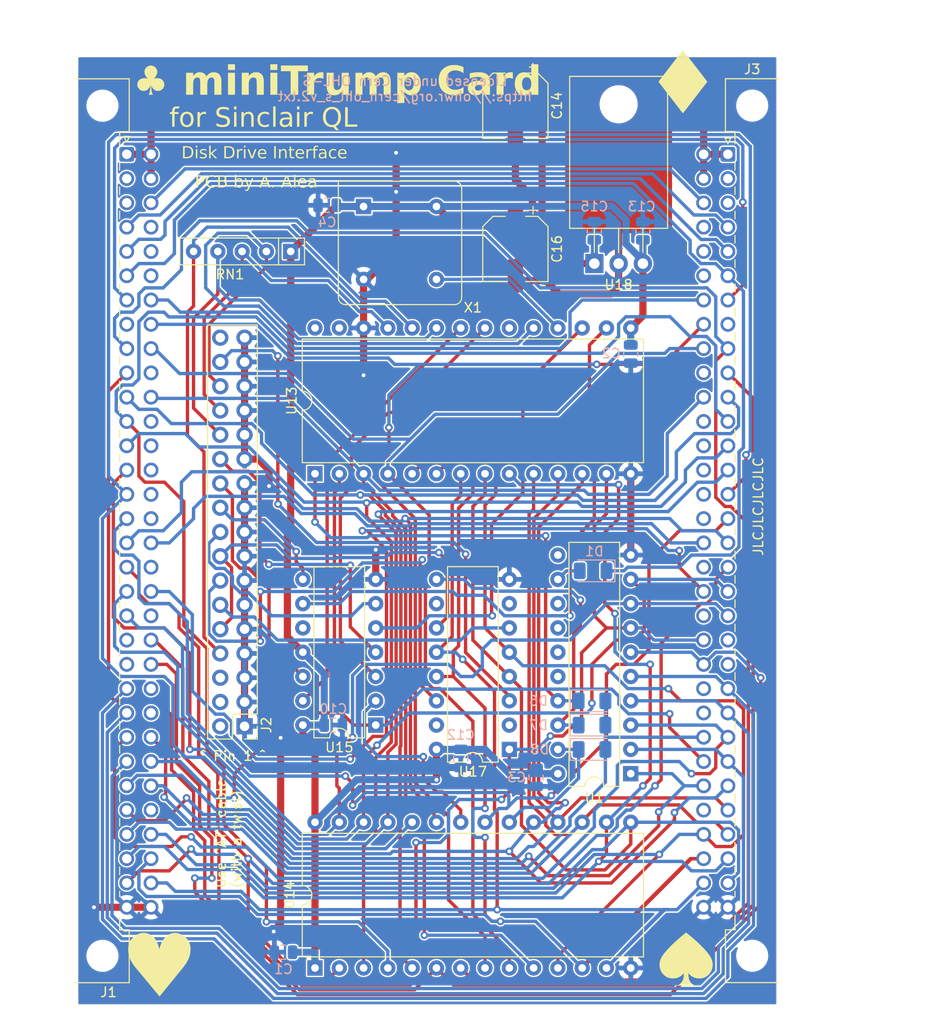
<source format=kicad_pcb>
(kicad_pcb (version 20221018) (generator pcbnew)
  (title_block (title "Mini Trump Card 3") (date "2024-05-07") (rev "01") (company "by Alvaro Alea Fdz.") (comment 1 "Disk Interface for Sinclair QL"))
  (layers (0 "F.Cu" signal) (31 "B.Cu" signal) (34 "B.Paste" user) (35 "F.Paste" user) (36 "B.SilkS" user "B.Silkscreen") (37 "F.SilkS" user "F.Silkscreen") (38 "B.Mask" user) (39 "F.Mask" user) (44 "Edge.Cuts" user))
  (net 0 "")
  (net 1 "GND")
  (net 2 "+9V")
  (net 3 "Net-(D1-A)")
  (net 5 "/SP0")
  (net 6 "/SP1")
  (net 7 "/DSMC")
  (net 8 "/SP2")
  (net 10 "/A3")
  (net 11 "/A4")
  (net 12 "/A5")
  (net 13 "/A6")
  (net 14 "/A7")
  (net 15 "/A8")
  (net 16 "/A9")
  (net 17 "/A10")
  (net 18 "/A11")
  (net 19 "/A12")
  (net 20 "/A13")
  (net 21 "/A14")
  (net 24 "/A16")
  (net 25 "/A17")
  (net 26 "/A18")
  (net 27 "/A19")
  (net 28 "/D7")
  (net 29 "/D6")
  (net 30 "/D5")
  (net 31 "/D4")
  (net 32 "/D3")
  (net 33 "/EXTINTL")
  (net 37 "/SP3")
  (net 38 "/A2")
  (net 39 "/A1")
  (net 41 "/A0")
  (net 47 "/VPA")
  (net 49 "/E")
  (net 51 "/RESET")
  (net 52 "/A15")
  (net 55 "/RW")
  (net 56 "/DS")
  (net 58 "/D0")
  (net 59 "/D1")
  (net 60 "/D2")
  (net 64 "/FDC_IP")
  (net 65 "/DS1")
  (net 67 "/MOTOR_ON")
  (net 68 "/DIR")
  (net 69 "/STEP")
  (net 70 "/DATA_WR")
  (net 71 "/GATE_WR")
  (net 72 "/FDC_T0")
  (net 74 "/HEAD")
  (net 76 "/FDCON_CS")
  (net 77 "/DS0")
  (net 79 "/DTACKL")
  (net 86 "/CS175")
  (net 87 "/ROM_CE")
  (net 88 "+5V")
  (net 89 "/MUX")
  (net 90 "/CLKCT")
  (net 92 "/FDC_WPRT")
  (net 93 "/FDC_STEP")
  (net 94 "/FDC_RD")
  (net 97 "/MA8")
  (net 108 "Net-(U13-CLK)")
  (net 116 "/ROM_OE")
  (net 117 "/FDC_WG")
  (net 118 "/FDC_WD")
  (net 119 "/FDC_DIR")
  (footprint "Package_TO_SOT_THT:TO-220-3_Horizontal_TabDown" (layer "F.Cu") (at 182.372 65.913)
    (fp_text reference "U18")
    (fp_text value "7805")
  )
  (footprint "Package_DIP:DIP-28_W15.24mm" (layer "F.Cu") (at 153.162 139.573 90)
    (fp_text reference "U14")
    (fp_text value "27C128")
  )
  (footprint "8bits:DIN41612_B_2x32_Female_Horizontal_THT" (layer "F.Cu") (at 133.477 54.483 90)
    (fp_text reference "J1")
    (fp_text value "QL_SLOT_DIN41612_CARD")
  )
  (footprint "Connector_PinHeader_2.54mm:PinHeader_2x17_P2.54mm_Vertical" (layer "F.Cu") (at 145.796 114.3 180)
    (fp_text reference "J2")
    (fp_text value "Conn_02x17_Odd_Even")
  )
  (footprint "8bits:DIN41612_B_2x32_Male_Horizontal_THT" (layer "F.Cu") (at 196.342 54.473 -90)
    (fp_text reference "J3")
    (fp_text value "QL_SLOT_DIN41612_CARD")
  )
  (footprint "Package_DIP:DIP-28_W15.24mm" (layer "F.Cu") (at 153.162 87.889 90)
    (property "Reference" "U")
    (property "Value" "FDC_WD1772")
    (fp_text reference "U13")
    (fp_text value "FDC_WD1772")
  )
  (footprint "Capacitor_SMD:CP_Elec_6.3x5.4" (layer "F.Cu") (at 174.117 64.383 -90)
    (fp_text reference "C16")
    (fp_text value "C_Polarized")
  )
  (footprint "Package_DIP:DIP-20_W7.62mm" (layer "F.Cu") (at 186.182 119.253 180)
    (fp_text reference "U1")
    (fp_text value "GAL16V8")
  )
  (footprint "Package_DIP:DIP-16_W7.62mm" (layer "F.Cu") (at 173.482 116.713 180)
    (fp_text reference "U17")
    (fp_text value "74ls175")
  )
  (footprint "Package_DIP:DIP-14_W7.62mm" (layer "F.Cu") (at 159.512 114.173 180)
    (fp_text reference "U15")
    (fp_text value "74HC04")
  )
  (footprint "Oscillator:Oscillator_DIP-8" (layer "F.Cu") (at 158.242 59.944 -90)
    (fp_text reference "X1")
    (fp_text value "CXO_DIP8")
  )
  (footprint "Resistor_THT:R_Array_SIP5" (layer "F.Cu") (at 150.622 64.643 180)
    (fp_text reference "RN1")
    (fp_text value "4x680")
  )
  (footprint "Capacitor_SMD:CP_Elec_6.3x5.4" (layer "F.Cu") (at 174.117 49.403 -90)
    (fp_text reference "C14")
    (fp_text value "C_Polarized")
  )
  (footprint "Capacitor_SMD:C_0805_2012Metric" (layer "B.Cu") (at 182.372 62.484 90)
    (fp_text reference "C15")
    (fp_text value "C")
  )
  (footprint "Capacitor_SMD:C_0805_2012Metric" (layer "B.Cu") (at 176.276 119.634 90)
    (fp_text reference "C3")
    (fp_text value "C")
  )
  (footprint "Diode_SMD:D_1206_3216Metric" (layer "B.Cu") (at 182.128 116.718)
    (fp_text reference "D8")
    (fp_text value "1N4148")
  )
  (footprint "Capacitor_SMD:C_0805_2012Metric" (layer "B.Cu") (at 187.452 62.484 90)
    (fp_text reference "C13")
    (fp_text value "C")
  )
  (footprint "Capacitor_SMD:C_0805_2012Metric" (layer "B.Cu") (at 168.402 117.663 -90)
    (fp_text reference "C12")
    (fp_text value "C")
  )
  (footprint "Diode_SMD:D_1206_3216Metric" (layer "B.Cu") (at 182.245 98.044 180)
    (fp_text reference "D1")
    (fp_text value "1N4148")
  )
  (footprint "Diode_SMD:D_1206_3216Metric" (layer "B.Cu") (at 182.128 114.178)
    (fp_text reference "D7")
    (fp_text value "1N4148")
  )
  (footprint "Capacitor_SMD:C_0805_2012Metric" (layer "B.Cu") (at 154.432 59.817)
    (fp_text reference "C4")
    (fp_text value "C")
  )
  (footprint "Capacitor_SMD:C_0805_2012Metric" (layer "B.Cu") (at 186.182 75.372 90)
    (fp_text reference "C2")
    (fp_text value "C")
  )
  (footprint "Diode_SMD:D_1206_3216Metric" (layer "B.Cu") (at 182.128 111.638)
    (fp_text reference "D6")
    (fp_text value "1N4148")
  )
  (footprint "Capacitor_SMD:C_0805_2012Metric" (layer "B.Cu") (at 149.86 137.922 180)
    (fp_text reference "C1")
    (fp_text value "C")
  )
  (footprint "Capacitor_SMD:C_0805_2012Metric" (layer "B.Cu") (at 155.077 114.168 180)
    (fp_text reference "C10")
    (fp_text value "C")
  )
  (gr_poly (pts (xy 192.190719 136.046175) (xy 192.414438 136.230365) (xy 192.644651 136.425062) (xy 192.76321 136.527977) (xy 192.884612 136.635471) (xy 193.008966 136.747967) (xy 193.135121 136.864378) (xy 193.261634 136.983366) (xy 193.387062 137.103595) (xy 193.509964 137.223727) (xy 193.628894 137.342424) (xy 193.742412 137.458349) (xy 193.849074 137.570163) (xy 193.947742 137.676864) (xy 194.038514 137.778478) (xy 194.121796 137.875358) (xy 194.197994 137.967853) (xy 194.267513 138.056314) (xy 194.330759 138.141092) (xy 194.388139 138.222536) (xy 194.440057 138.300998) (xy 194.464087 138.339213) (xy 194.486888 138.376784) (xy 194.508495 138.413736) (xy 194.528941 138.450092) (xy 194.548261 138.485876) (xy 194.56649 138.521111) (xy 194.583661 138.555821) (xy 194.599809 138.59003) (xy 194.614968 138.623761) (xy 194.629173 138.657038) (xy 194.654855 138.722324) (xy 194.677129 138.786076) (xy 194.69627 138.848484) (xy 194.712501 138.909816) (xy 194.719537 138.940185) (xy 194.725849 138.970434) (xy 194.731435 139.000621) (xy 194.736292 139.030803) (xy 194.740418 139.06104) (xy 194.743809 139.091388) (xy 194.746464 139.121907) (xy 194.748379 139.152655) (xy 194.749552 139.183688) (xy 194.74998 139.215067) (xy 194.74966 139.246848) (xy 194.748591 139.279089) (xy 194.746768 139.31185) (xy 194.74419 139.345188) (xy 194.736714 139.413669) (xy 194.725975 139.484205) (xy 194.719308 139.520092) (xy 194.711739 139.556312) (xy 194.703237 139.592803) (xy 194.693775 139.629505) (xy 194.683322 139.666357) (xy 194.67185 139.703298) (xy 194.65933 139.740269) (xy 194.645733 139.777208) (xy 194.63103 139.814055) (xy 194.615191 139.850748) (xy 194.598188 139.887229) (xy 194.579992 139.923435) (xy 194.560587 139.959262) (xy 194.540008 139.994701) (xy 194.518301 140.029692) (xy 194.495513 140.06418) (xy 194.471687 140.098106) (xy 194.446871 140.131413) (xy 194.42111 140.164044) (xy 194.394449 140.195942) (xy 194.366934 140.227048) (xy 194.338611 140.257306) (xy 194.309525 140.286657) (xy 194.279723 140.315046) (xy 194.249249 140.342414) (xy 194.21815 140.368704) (xy 194.186471 140.393858) (xy 194.154258 140.41782) (xy 194.121546 140.440521) (xy 194.088363 140.461995) (xy 194.054724 140.482262) (xy 194.020642 140.501346) (xy 193.986133 140.519269) (xy 193.95121 140.536051) (xy 193.915889 140.551717) (xy 193.880183 140.566288) (xy 193.844107 140.579785) (xy 193.807675 140.592232) (xy 193.770902 140.603651) (xy 193.733802 140.614063) (xy 193.696389 140.623491) (xy 193.658679 140.631957) (xy 193.620684 140.639483) (xy 193.582421 140.646091) (xy 193.543897 140.651819) (xy 193.505139 140.656625) (xy 193.466166 140.660483) (xy 193.426997 140.663366) (xy 193.38765 140.665249) (xy 193.348145 140.666105) (xy 193.308502 140.665907) (xy 193.268738 140.664631) (xy 193.228874 140.662248) (xy 193.188927 140.658733) (xy 193.148918 140.65406) (xy 193.108866 140.648203) (xy 193.068788 140.641134) (xy 193.028706 140.632828) (xy 192.988637 140.623259) (xy 192.9486 140.6124) (xy 192.908623 140.600214) (xy 192.868766 140.586749) (xy 192.829098 140.572037) (xy 192.789685 140.556108) (xy 192.750595 140.538994) (xy 192.711897 140.520726) (xy 192.673657 140.501336) (xy 192.635945 140.480854) (xy 192.598826 140.459312) (xy 192.56237 140.436741) (xy 192.526644 140.413173) (xy 192.491715 140.388639) (xy 192.457652 140.36317) (xy 192.424522 140.336798) (xy 192.392393 140.309553) (xy 192.361333 140.281467) (xy 192.339092 140.260206) (xy 192.317463 140.238548) (xy 192.296414 140.216506) (xy 192.275913 140.194095) (xy 192.255925 140.17133) (xy 192.23642 140.148224) (xy 192.217364 140.124791) (xy 192.198724 140.101047) (xy 192.202933 140.186206) (xy 192.207447 140.267063) (xy 192.212632 140.344257) (xy 192.218854 140.41843) (xy 192.223495 140.464493) (xy 192.228801 140.510194) (xy 192.23487 140.555366) (xy 192.241801 140.599842) (xy 192.249692 140.643453) (xy 192.258642 140.686033) (xy 192.26875 140.727414) (xy 192.280113 140.767429) (xy 192.286296 140.786858) (xy 192.29283 140.805932) (xy 192.299726 140.824677) (xy 192.306997 140.843118) (xy 192.314656 140.861281) (xy 192.322714 140.879191) (xy 192.331184 140.896874) (xy 192.340079 140.914356) (xy 192.349411 140.931661) (xy 192.359191 140.948817) (xy 192.369433 140.965847) (xy 192.380149 140.982778) (xy 192.391352 140.999636) (xy 192.403052 141.016445) (xy 192.415264 141.033232) (xy 192.427999 141.050022) (xy 192.441266 141.06685) (xy 192.455023 141.083663) (xy 192.469228 141.100416) (xy 192.483838 141.117069) (xy 192.498811 141.133579) (xy 192.514104 141.149903) (xy 192.529674 141.166) (xy 192.54548 141.181827) (xy 192.561477 141.197343) (xy 192.577624 141.212504) (xy 192.593879 141.227269) (xy 192.610197 141.241596) (xy 192.626538 141.255442) (xy 192.642857 141.268765) (xy 192.659114 141.281523) (xy 192.675264 141.293674) (xy 192.691264 141.305186) (xy 192.707065 141.316066) (xy 192.722618 141.326328) (xy 192.737876 141.335987) (xy 192.752788 141.345056) (xy 192.767307 141.35355) (xy 192.781384 141.361483) (xy 192.794969 141.368869) (xy 192.820472 141.382061) (xy 192.843427 141.393238) (xy 192.863444 141.402515) (xy 192.880133 141.410007) (xy 192.892696 141.415847) (xy 192.896698 141.418204) (xy 192.898711 141.420217) (xy 192.89886 141.421103) (xy 192.898379 141.421911) (xy 192.895349 141.423309) (xy 192.889269 141.424434) (xy 192.879785 141.425312) (xy 192.849189 141.426416) (xy 192.800733 141.426813) (xy 192.638934 141.426242) (xy 191.970238 141.423435) (xy 191.301535 141.426242) (xy 191.208884 141.426691) (xy 191.171553 141.426805) (xy 191.139746 141.426813) (xy 191.11311 141.426691) (xy 191.091292 141.426416) (xy 191.073939 141.425964) (xy 191.066826 141.425665) (xy 191.060697 141.425312) (xy 191.055507 141.424903) (xy 191.051212 141.424434) (xy 191.047768 141.423904) (xy 191.045131 141.423309) (xy 191.043257 141.422645) (xy 191.042592 141.422287) (xy 191.042101 141.421911) (xy 191.041779 141.421516) (xy 191.04162 141.421103) (xy 191.041618 141.42067) (xy 191.041769 141.420217) (xy 191.042065 141.419745) (xy 191.042503 141.419252) (xy 191.04378 141.418204) (xy 191.045554 141.41707) (xy 191.047782 141.415847) (xy 191.053421 141.413122) (xy 191.060343 141.410007) (xy 191.097044 141.393238) (xy 191.119997 141.382061) (xy 191.145498 141.368869) (xy 191.173159 141.35355) (xy 191.202591 141.335987) (xy 191.217849 141.326328) (xy 191.233403 141.316066) (xy 191.249206 141.305186) (xy 191.265207 141.293674) (xy 191.281358 141.281523) (xy 191.297616 141.268765) (xy 191.313936 141.255442) (xy 191.330278 141.241596) (xy 191.346597 141.227269) (xy 191.362852 141.212504) (xy 191.394997 141.181827) (xy 191.426372 141.149903) (xy 191.441664 141.133579) (xy 191.456636 141.117069) (xy 191.471244 141.100416) (xy 191.485447 141.083663) (xy 191.499201 141.06685) (xy 191.512464 141.050022) (xy 191.525201 141.033232) (xy 191.537415 141.016445) (xy 191.549118 140.999636) (xy 191.560322 140.982778) (xy 191.571039 140.965847) (xy 191.581283 140.948817) (xy 191.591065 140.931661) (xy 191.600397 140.914356) (xy 191.609292 140.896874) (xy 191.617763 140.879191) (xy 191.625822 140.861281) (xy 191.633481 140.843118) (xy 191.640752 140.824677) (xy 191.647648 140.805932) (xy 191.654181 140.786858) (xy 191.660364 140.767429) (xy 191.671728 140.727414) (xy 191.681835 140.686033) (xy 191.690786 140.643453) (xy 191.698677 140.599842) (xy 191.705608 140.555366) (xy 191.711677 140.510194) (xy 191.716982 140.464493) (xy 191.721621 140.41843) (xy 191.727839 140.344257) (xy 191.733018 140.267063) (xy 191.73753 140.186206) (xy 191.74175 140.101047) (xy 191.723105 140.124756) (xy 191.704042 140.148172) (xy 191.684531 140.171276) (xy 191.664538 140.194049) (xy 191.644031 140.216474) (xy 191.622977 140.238531) (xy 191.601344 140.260201) (xy 191.5791 140.281467) (xy 191.548037 140.309553) (xy 191.515906 140.336798) (xy 191.482773 140.36317) (xy 191.448707 140.388639) (xy 191.413775 140.413173) (xy 191.378045 140.436741) (xy 191.341585 140.459312) (xy 191.304463 140.480854) (xy 191.266747 140.501336) (xy 191.228504 140.520726) (xy 191.189803 140.538994) (xy 191.150711 140.556108) (xy 191.111296 140.572037) (xy 191.071626 140.586749) (xy 191.031768 140.600214) (xy 190.991792 140.6124) (xy 190.941739 140.625758) (xy 190.891643 140.637117) (xy 190.841541 140.646528) (xy 190.79147 140.654041) (xy 190.741468 140.659706) (xy 190.691572 140.663572) (xy 190.641819 140.66569) (xy 190.592247 140.666111) (xy 190.562607 140.665586) (xy 190.533055 140.664476) (xy 190.5036 140.662791) (xy 190.474247 140.660541) (xy 190.445006 140.657736) (xy 190.415882 140.654386) (xy 190.386884 140.650501) (xy 190.358019 140.646091) (xy 190.319753 140.639483) (xy 190.281755 140.631957) (xy 190.244041 140.623491) (xy 190.206623 140.614063) (xy 190.169519 140.603651) (xy 190.132741 140.592232) (xy 190.096304 140.579785) (xy 190.060223 140.566288) (xy 190.024513 140.551717) (xy 189.989188 140.536051) (xy 189.954262 140.519269) (xy 189.919751 140.501346) (xy 189.885668 140.482262) (xy 189.852029 140.461995) (xy 189.818848 140.440521) (xy 189.786139 140.41782) (xy 189.753923 140.393858) (xy 189.722242 140.368704) (xy 189.691141 140.342414) (xy 189.660665 140.315046) (xy 189.630861 140.286657) (xy 189.601774 140.257306) (xy 189.57345 140.227048) (xy 189.545934 140.195942) (xy 189.519273 140.164044) (xy 189.493511 140.131413) (xy 189.468695 140.098106) (xy 189.444871 140.06418) (xy 189.422083 140.029692) (xy 189.400378 139.994701) (xy 189.379801 139.959262) (xy 189.360398 139.923435) (xy 189.342203 139.887229) (xy 189.325201 139.850748) (xy 189.309363 139.814055) (xy 189.294659 139.777208) (xy 189.281061 139.740269) (xy 189.268539 139.703298) (xy 189.257066 139.666357) (xy 189.246613 139.629505) (xy 189.237149 139.592803) (xy 189.228647 139.556312) (xy 189.221078 139.520092) (xy 189.214412 139.484205) (xy 189.203676 139.413669) (xy 189.196209 139.345188) (xy 189.193633 139.31185) (xy 189.191814 139.279089) (xy 189.190749 139.246848) (xy 189.190434 139.215067) (xy 189.190868 139.183688) (xy 189.192046 139.152655) (xy 189.193967 139.121907) (xy 189.196627 139.091388) (xy 189.200023 139.06104) (xy 189.204153 139.030803) (xy 189.209013 139.000621) (xy 189.2146 138.970434) (xy 189.220913 138.940185) (xy 189.227947 138.909816) (xy 189.244168 138.848484) (xy 189.263304 138.786076) (xy 189.28557 138.722324) (xy 189.311243 138.657038) (xy 189.340597 138.59003) (xy 189.373908 138.521111) (xy 189.411451 138.450092) (xy 189.453502 138.376784) (xy 189.500336 138.300998) (xy 189.552249 138.222536) (xy 189.609625 138.141092) (xy 189.672869 138.056314) (xy 189.742387 137.967853) (xy 189.818584 137.875358) (xy 189.901866 137.778478) (xy 189.992638 137.676864) (xy 190.091307 137.570163) (xy 190.197971 137.458349) (xy 190.311495 137.342424) (xy 190.430435 137.223727) (xy 190.553347 137.103595) (xy 190.678785 136.983366) (xy 190.805305 136.864378) (xy 190.931463 136.747967) (xy 191.055814 136.635471) (xy 191.177222 136.527977) (xy 191.295788 136.425062) (xy 191.411918 136.326075) (xy 191.526017 136.230365) (xy 191.749749 136.046175) (xy 191.97023 135.867283) (xy 191.970245 135.867283)) (stroke (width 0.01)) (fill solid) (layer "F.SilkS"))
  (gr_line (start 201.422 44.323) (end 128.397 44.323) (stroke (width 0.05)) (layer "Edge.Cuts"))
  (gr_line (start 201.422 143.383) (end 201.422 44.323) (stroke (width 0.05)) (layer "Edge.Cuts"))
  (gr_line (start 128.397 44.323) (end 128.397 143.383) (stroke (width 0.05)) (layer "Edge.Cuts"))
  (gr_line (start 128.397 143.383) (end 201.422 143.383) (stroke (width 0.05)) (layer "Edge.Cuts"))
  (gr_text "Licensed under Cern OHL-S\nhttps://ohwr.org/cern_ohl_s_v2.txt" (at 162.56 47.625) (layer "B.SilkS") (effects (font (size 1 1)) (justify mirror)))
  (gr_text "for Sinclair QL" (at 137.922 51.943) (layer "F.SilkS") (effects (font (size 2 2) (thickness 0.15) italic) (justify left bottom)))
  (gr_text "^ Pin 1 ^" (at 141.097 117.983) (layer "F.SilkS") (effects (font (size 1 1)) (justify left bottom)))
  (gr_text "♥️" (at 140.97 143.637) (layer "F.SilkS") (effects (font (size 6.5024 6.5024) (thickness 0.3) bold) (justify left bottom mirror)))
  (gr_text "JLCJLCJLCJLC" (at 199.517 91.313 90) (layer "F.SilkS") (effects (font (size 1 1))))
  (gr_text "♦️" (at 195.707 51.308) (layer "F.SilkS") (effects (font (size 6.5024 6.5024) (thickness 0.3) bold) (justify left bottom mirror)))
  (gr_text "Use {dblquote}AT{dblquote} cable\n(with a twist)" (at 145.542 131.318 90) (layer "F.SilkS") (effects (font (size 1 1)) (justify left bottom)))
  (gr_text "PCB by A. Alea" (at 140.589 58.166) (layer "F.SilkS") (effects (font (size 1.25 1.25)) (justify left bottom)))
  (gr_text "♣️ miniTrump Card" (at 134.112 48.768) (layer "F.SilkS") (effects (font (size 3 3) (thickness 0.6) bold) (justify left bottom)))
  (gr_text "Disk Drive Interface" (at 139.192 55.118) (layer "F.SilkS") (effects (font (size 1.25 1.25)) (justify left bottom)))
  (segment (start 175.895 66.294) (end 177.292 67.691) (width 0.75) (layer "F.Cu") (net 1))
  (segment (start 145.796 78.74) (end 145.796 76.2) (width 0.75) (layer "F.Cu") (net 1))
  (segment (start 184.912 66.548) (end 184.912 68.298) (width 0.75) (layer "F.Cu") (net 1))
  (segment (start 186.182 96.393) (end 186.182 87.889) (width 0.75) (layer "F.Cu") (net 1))
  (segment (start 159.512 98.933) (end 159.512 95.8346) (width 0.75) (layer "F.Cu") (net 1))
  (segment (start 145.796 86.36) (end 147.196 86.36) (width 0.75) (layer "F.Cu") (net 1))
  (segment (start 177.292 67.691) (end 174.625 67.691) (width 0.75) (layer "F.Cu") (net 1))
  (segment (start 145.796 81.28) (end 145.796 78.74) (width 0.75) (layer "F.Cu") (net 1))
  (segment (start 145.796 91.44) (end 145.796 88.9) (width 0.75) (layer "F.Cu") (net 1))
  (segment (start 161.6446 64.5424) (end 161.6446 58.4102) (width 0.75) (layer "F.Cu") (net 1))
  (segment (start 145.796 111.76) (end 145.796 109.22) (width 0.75) (layer "F.Cu") (net 1))
  (segment (start 158.623 67.564) (end 161.6446 64.5424) (width 0.75) (layer "F.Cu") (net 1))
  (segment (start 158.242 67.945) (end 158.242 72.649) (width 0.75) (layer "F.Cu") (net 1))
  (segment (start 145.796 106.68) (end 145.796 104.14) (width 0.75) (layer "F.Cu") (net 1))
  (segment (start 184.912 68.298) (end 184.122 69.088) (width 0.75) (layer "F.Cu") (net 1))
  (segment (start 136.388 133.223) (end 133.848 133.223) (width 0.75) (layer "F.Cu") (net 1))
  (segment (start 145.796 104.14) (end 145.796 101.6) (width 0.75) (layer "F.Cu") (net 1))
  (segment (start 145.796 86.36) (end 145.796 83.82) (width 0.75) (layer "F.Cu") (net 1))
  (segment (start 174.625 67.691) (end 174.117 67.183) (width 0.75) (layer "F.Cu") (net 1))
  (segment (start 184.912 60.6646) (end 184.912 65.618) (width 0.75) (layer "F.Cu") (net 1))
  (segment (start 178.689 69.088) (end 175.895 66.294) (width 0.75) (layer "F.Cu") (net 1))
  (segment (start 161.6446 54.3296) (end 161.6446 58.4102) (width 0.75) (layer "F.Cu") (net 1))
  (segment (start 147.196 86.36) (end 148.3535 87.5175) (width 0.75) (layer "F.Cu") (net 1))
  (segment (start 184.912 65.618) (end 184.912 66.929) (width 0.75) (layer "F.Cu") (net 1))
  (segment (start 145.796 76.2) (end 145.796 73.66) (width 0.75) (layer "F.Cu") (net 1))
  (segment (start 145.796 96.52) (end 145.796 93.98) (width 0.75) (layer "F.Cu") (net 1))
  (segment (start 145.796 83.82) (end 145.796 81.28) (width 0.75) (layer "F.Cu") (net 1))
  (segment (start 148.844 135.763) (end 149.5719 134.8341) (width 0.75) (layer "F.Cu") (net 1))
  (segment (start 145.796 109.22) (end 145.796 106.68) (width 0.75) (layer "F.Cu") (net 1))
  (segment (start 145.796 114.3) (end 145.796 111.76) (width 0.75) (layer "F.Cu") (net 1))
  (segment (start 174.117 57.15) (end 175.895 58.928) (width 0.75) (layer "F.Cu") (net 1))
  (segment (start 175.895 58.928) (end 175.895 66.294) (width 0.75) (layer "F.Cu") (net 1))
  (segment (start 158.242 77.597) (end 158.242 72.649) (width 0.75) (layer "F.Cu") (net 1))
  (segment (start 148.3535 87.5175) (end 148.3535 89.1749) (width 0.75) (layer "F.Cu") (net 1))
  (segment (start 133.848 133.223) (end 130.048 133.223) (width 0.75) (layer "F.Cu") (net 1))
  (segment (start 184.122 69.088) (end 178.689 69.088) (width 0.75) (layer "F.Cu") (net 1))
  (segment (start 145.796 93.98) (end 145.796 91.44) (width 0.75) (layer "F.Cu") (net 1))
  (segment (start 145.796 101.6) (end 145.796 99.06) (width 0.75) (layer "F.Cu") (net 1))
  (segment (start 149.5719 134.8341) (end 149.5719 115.504) (width 0.75) (layer "F.Cu") (net 1))
  (segment (start 174.117 52.203) (end 174.117 57.15) (width 0.75) (layer "F.Cu") (net 1))
  (via (at 158.242 77.597) (size 0.8) (drill 0.4) (layers "F.Cu" "B.Cu") (net 1))
  (via (at 161.6446 54.3296) (size 0.8) (drill 0.4) (layers "F.Cu" "B.Cu") (net 1))
  (via (at 148.844 135.763) (size 0.8) (drill 0.4) (layers "F.Cu" "B.Cu") (net 1))
  (via (at 130.048 133.223) (size 0.8) (drill 0.4) (layers "F.Cu" "B.Cu") (net 1))
  (via (at 148.3535 89.1749) (size 0.8) (drill 0.4) (layers "F.Cu" "B.Cu") (net 1))
  (via (at 159.512 95.8346) (size 0.8) (drill 0.4) (layers "F.Cu" "B.Cu") (net 1))
  (via (at 161.6446 58.4102) (size 0.8) (drill 0.4) (layers "F.Cu" "B.Cu") (net 1))
  (via (at 149.5719 115.504) (size 0.8) (drill 0.4) (layers "F.Cu" "B.Cu") (net 1))
  (segment (start 150.1713 141.0273) (end 153.797 141.0273) (width 0.75) (layer "B.Cu") (net 1))
  (segment (start 187.405 139.573) (end 185.928 139.573) (width 0.381) (layer "B.Cu") (net 1))
  (segment (start 176.022 98.933) (end 176.76295 98.19205) (width 0.75) (layer "B.Cu") (net 1))
  (segment (start 186.182 141.0273) (end 186.182 139.573) (width 0.381) (layer "B.Cu") (net 1))
  (segment (start 168.402 118.613) (end 159.507 118.613) (width 0.75) (layer "B.Cu") (net 1))
  (segment (start 136.017 133.223) (end 137.2285 134.4345) (width 0.381) (layer "B.Cu") (net 1))
  (segment (start 170.3725 98.933) (end 169.037 97.5975) (width 0.75) (layer "B.Cu") (net 1))
  (segment (start 147.196 114.3) (end 148.3679 114.3) (width 0.381) (layer "B.Cu") (net 1))
  (segment (start 153.67 116.459) (end 155.956 116.459) (width 0.75) (layer "B.Cu") (net 1))
  (segment (start 173.6004 120.584) (end 176.276 120.584) (width 0.381) (layer "B.Cu") (net 1))
  (segment (start 171.4213 120.1133) (end 173.1297 120.1133) (width 0.75) (layer "B.Cu") (net 1))
  (segment (start 148.082 76.2) (end 148.623423 76.741423) (width 0.381) (layer "B.Cu") (net 1))
  (segment (start 180.8515 96.393) (end 179.451 94.9925) (width 0.75) (layer "B.Cu") (net 1))
  (segment (start 147.574 88.9) (end 148.3535 89.1749) (width 0.75) (layer "B.Cu") (net 1))
  (segment (start 147.9322 91.44) (end 152.3268 95.8346) (width 0.75) (layer "B.Cu") (net 1))
  (segment (start 145.796 99.06) (end 145.796 96.52) (width 0.381) (layer "B.Cu") (net 1))
  (segment (start 137.8535 134.4345) (end 138.811 133.477) (width 0.75) (layer "B.Cu") (net 1))
  (segment (start 152.715 115.504) (end 153.67 116.459) (width 0.75) (layer "B.Cu") (net 1))
  (segment (start 156.027 114.168) (end 156.027 114.6828) (width 0.75) (layer "B.Cu") (net 1))
  (segment (start 186.182 84.201) (end 186.182 82.423) (width 0.381) (layer "B.Cu") (net 1))
  (segment (start 159.507 118.613) (end 157.353 116.459) (width 0.75) (layer "B.Cu") (net 1))
  (segment (start 155.956 116.459) (end 156.083 116.332) (width 0.75) (layer "B.Cu") (net 1))
  (segment (start 156.027 116.276) (end 156.027 114.168) (width 0.381) (layer "B.Cu") (net 1))
  (segment (start 173.482 98.933) (end 170.3725 98.933) (width 0.381) (layer "B.Cu") (net 1))
  (segment (start 145.796 88.9) (end 147.574 88.9) (width 0.381) (layer "B.Cu") (net 1))
  (segment (start 148.082 76.2) (end 145.796 76.2) (width 0.381) (layer "B.Cu") (net 1))
  (segment (start 137.2285 134.4345) (end 137.8535 134.4345) (width 0.381) (layer "B.Cu") (net 1))
  (segment (start 148.844 135.763) (end 147.32 135.763) (width 0.75) (layer "B.Cu") (net 1))
  (segment (start 148.623423 76.741423) (end 156.243423 76.741423) (width 0.381) (layer "B.Cu") (net 1))
  (segment (start 169.921 118.613) (end 170.25 118.942) (width 0.75) (layer "B.Cu") (net 1))
  (segment (start 150.1713 141.0273) (end 148.91 139.766) (width 0.75) (layer "B.Cu") (net 1))
  (segment (start 163.8844 98.933) (end 159.512 98.933) (width 0.381) (layer "B.Cu") (net 1))
  (segment (start 169.037 97.5975) (end 165.2199 97.5975) (width 0.75) (layer "B.Cu") (net 1))
  (segment (start 173.1297 120.1133) (end 173.6004 120.584) (width 0.75) (layer "B.Cu") (net 1))
  (segment (start 168.402 118.613) (end 169.921 118.613) (width 0.75) (layer "B.Cu") (net 1))
  (segment (start 156.083 116.332) (end 156.027 116.276) (width 0.75) (layer "B.Cu") (net 1))
  (segment (start 189.9685 137.0095) (end 193.755 133.223) (width 0.381) (layer "B.Cu") (net 1))
  (segment (start 178.0154 94.9925) (end 179.451 94.9925) (width 0.75) (layer "B.Cu") (net 1))
  (segment (start 176.76295 96.24495) (end 178.0154 94.9925) (width 0.75) (layer "B.Cu") (net 1))
  (segment (start 149.5719 115.504) (end 152.715 115.504) (width 0.75) (layer "B.Cu") (net 1))
  (segment (start 145.034 133.477) (end 147.32 135.763) (width 0.75) (layer "B.Cu") (net 1))
  (segment (start 189.9685 137.0095) (end 187.405 139.573) (width 0.381) (layer "B.Cu") (net 1))
  (segment (start 158.242 77.597) (end 157.099 77.597) (width 0.75) (layer "B.Cu") (net 1))
  (segment (start 176.76295 98.19205) (end 176.76295 96.24495) (width 0.75) (layer "B.Cu") (net 1))
  (segment (start 186.182 87.889) (end 186.182 84.201) (width 0.381) (layer "B.Cu") (net 1))
  (segment (start 148.91 139.766) (end 148.91 137.922) (width 0.381) (layer "B.Cu") (net 1))
  (segment (start 145.796 91.44) (end 147.9322 91.44) (width 0.381) (layer "B.Cu") (net 1))
  (segment (start 186.182 96.393) (end 180.8515 96.393) (width 0.381) (layer "B.Cu") (net 1))
  (segment (start 184.6007 141.0273) (end 186.182 141.0273) (width 0.381) (layer "B.Cu") (net 1))
  (segment (start 152.3268 95.8346) (end 159.512 95.8346) (width 0.75) (layer "B.Cu") (net 1))
  (segment (start 173.482 98.933) (end 176.022 98.933) (width 0.381) (layer "B.Cu") (net 1))
  (segment (start 138.811 133.477) (end 145.034 133.477) (width 0.75) (layer "B.Cu") (net 1))
  (segment (start 153.797 141.0273) (end 184.6007 141.0273) (width 0.75) (layer "B.Cu") (net 1))
  (segment (start 157.099 77.597) (end 156.243423 76.741423) (width 0.381) (layer "B.Cu") (net 1))
  (segment (start 148.3679 114.3) (end 149.5719 115.504) (width 0.381) (layer "B.Cu") (net 1))
  (segment (start 157.353 116.459) (end 155.956 116.459) (width 0.75) (layer "B.Cu") (net 1))
  (segment (start 165.2199 97.5975) (end 163.8844 98.933) (width 0.75) (layer "B.Cu") (net 1))
  (segment (start 170.25 118.942) (end 171.4213 120.1133) (width 0.75) (layer "B.Cu") (net 1))
  (segment (start 186.182 82.931) (end 186.182 76.322) (width 0.381) (layer "B.Cu") (net 1))
  (segment (start 148.844 135.763) (end 148.91 137.922) (width 0.381) (layer "B.Cu") (net 1))
  (segment (start 145.796 114.3) (end 147.196 114.3) (width 0.381) (layer "B.Cu") (net 1))
  (segment (start 193.802 54.483) (end 193.802 46.99) (width 0.75) (layer "F.Cu") (net 2))
  (segment (start 196.342 54.483) (end 193.802 54.483) (width 0.75) (layer "F.Cu") (net 2))
  (segment (start 136.017 57.023) (end 136.017 54.483) (width 0.75) (layer "F.Cu") (net 2))
  (segment (start 191.643 44.831) (end 178.054 44.831) (width 0.75) (layer "F.Cu") (net 2))
  (segment (start 193.802 57.023) (end 193.802 54.483) (width 0.75) (layer "F.Cu") (net 2))
  (segment (start 176.911 45.974) (end 176.911 63.373) (width 0.75) (layer "F.Cu") (net 2))
  (segment (start 182.372 65.913) (end 179.451 65.913) (width 0.75) (layer "F.Cu") (net 2))
  (segment (start 136.017 48.641) (end 138.055 46.603) (width 0.75) (layer "F.Cu") (net 2))
  (segment (start 193.802 46.99) (end 191.643 44.831) (width 0.75) (layer "F.Cu") (net 2))
  (segment (start 176.4665 46.4185) (end 177.2285 45.6565) (width 0.75) (layer "F.Cu") (net 2))
  (segment (start 176.911 63.373) (end 179.451 65.913) (width 0.75) (layer "F.Cu") (net 2))
  (segment (start 136.017 54.483) (end 133.477 54.483) (width 0.75) (layer "F.Cu") (net 2))
  (segment (start 174.117 46.603) (end 138.055 46.603) (width 0.75) (layer "F.Cu") (net 2))
  (segment (start 176.282 46.603) (end 176.4665 46.4185) (width 0.75) (layer "F.Cu") (net 2))
  (segment (start 174.117 46.603) (end 176.282 46.603) (width 0.75) (layer "F.Cu") (net 2))
  (segment (start 177.2285 45.6565) (end 176.911 45.974) (width 0.75) (layer "F.Cu") (net 2))
  (segment (start 136.017 48.641) (end 136.017 54.483) (width 0.75) (layer "F.Cu") (net 2))
  (segment (start 177.2285 45.6565) (end 178.054 44.831) (width 0.75) (layer "F.Cu") (net 2))
  (segment (start 182.372 65.618) (end 182.372 63.434) (width 0.75) (layer "B.Cu") (net 2))
  (segment (start 179.451 98.044) (end 178.562 98.933) (width 0.35) (layer "B.Cu") (net 3))
  (segment (start 180.845 98.044) (end 179.451 98.044) (width 0.35) (layer "B.Cu") (net 3))
  (segment (start 188.476 56.523) (end 141.2795 56.523) (width 0.35) (layer "B.Cu") (net 5))
  (segment (start 141.2795 56.523) (end 136.9695 60.833) (width 0.35) (layer "B.Cu") (net 5))
  (segment (start 195.072 60.833) (end 192.786 60.833) (width 0.35) (layer "B.Cu") (net 5))
  (segment (start 196.342 62.103) (end 195.072 60.833) (width 0.35) (layer "B.Cu") (net 5))
  (segment (start 134.747 60.833) (end 133.477 62.103) (width 0.35) (layer "B.Cu") (net 5))
  (segment (start 136.9695 60.833) (end 134.747 60.833) (width 0.35) (layer "B.Cu") (net 5))
  (segment (start 192.786 60.833) (end 188.476 56.523) (width 0.35) (layer "B.Cu") (net 5))
  (segment (start 137.033 63.373) (end 137.4775 62.9285) (width 0.35) (layer "B.Cu") (net 6))
  (segment (start 195.09035 63.39135) (end 196.342 64.643) (width 0.35) (layer "B.Cu") (net 6))
  (segment (start 193.534715 63.39135) (end 195.09035 63.39135) (width 0.35) (layer "B.Cu") (net 6))
  (segment (start 187.166366 57.023) (end 193.534715 63.39135) (width 0.35) (layer "B.Cu") (net 6))
  (segment (start 134.747 63.373) (end 137.033 63.373) (width 0.35) (layer "B.Cu") (net 6))
  (segment (start 133.477 64.643) (end 134.747 63.373) (width 0.35) (layer "B.Cu") (net 6))
  (segment (start 137.4775 61.504053) (end 141.958552 57.023) (width 0.35) (layer "B.Cu") (net 6))
  (segment (start 137.4775 62.9285) (end 137.4775 61.504053) (width 0.35) (layer "B.Cu") (net 6))
  (segment (start 141.958552 57.023) (end 187.166366 57.023) (width 0.35) (layer "B.Cu") (net 6))
  (segment (start 133.477 67.183) (end 134.747 65.913) (width 0.35) (layer "B.Cu") (net 7))
  (segment (start 193.516365 65.913) (end 195.072 65.913) (width 0.35) (layer "B.Cu") (net 7))
  (segment (start 195.072 65.913) (end 196.342 67.183) (width 0.35) (layer "B.Cu") (net 7))
  (segment (start 197.505 95.5398) (end 196.6518 96.393) (width 0.35) (layer "B.Cu") (net 7))
  (segment (start 138.45975 64.86725) (end 138.45975 61.37075) (width 0.35) (layer "B.Cu") (net 7))
  (segment (start 138.45975 61.37075) (end 142.2995 57.531) (width 0.35) (layer "B.Cu") (net 7))
  (segment (start 185.480009 98.044) (end 183.645 98.044) (width 0.35) (layer "B.Cu") (net 7))
  (segment (start 134.747 65.913) (end 137.414 65.913) (width 0.35) (layer "B.Cu") (net 7))
  (segment (start 196.342 67.183) (end 197.9659 68.8069) (width 0.35) (layer "B.Cu") (net 7))
  (segment (start 192.389182 64.785818) (end 193.516365 65.913) (width 0.35) (layer "B.Cu") (net 7))
  (segment (start 186.436 57.531) (end 192.389182 63.484182) (width 0.35) (layer "B.Cu") (net 7))
  (segment (start 197.9659 85.1503) (end 197.505 85.6112) (width 0.35) (layer "B.Cu") (net 7))
  (segment (start 196.6518 96.393) (end 192.532 96.393) (width 0.35) (layer "B.Cu") (net 7))
  (segment (start 142.2995 57.531) (end 186.436 57.531) (width 0.35) (layer "B.Cu") (net 7))
  (segment (start 197.505 85.6112) (end 197.505 95.5398) (width 0.35) (layer "B.Cu") (net 7))
  (segment (start 197.9659 68.8069) (end 197.9659 85.1503) (width 0.35) (layer "B.Cu") (net 7))
  (segment (start 192.389182 63.484182) (end 192.389182 64.785818) (width 0.35) (layer "B.Cu") (net 7))
  (segment (start 137.414 65.913) (end 138.45975 64.86725) (width 0.35) (layer "B.Cu") (net 7))
  (segment (start 191.262 97.663) (end 185.861009 97.663) (width 0.35) (layer "B.Cu") (net 7))
  (segment (start 185.861009 97.663) (end 185.480009 98.044) (width 0.35) (layer "B.Cu") (net 7))
  (segment (start 192.532 96.393) (end 191.262 97.663) (width 0.35) (layer "B.Cu") (net 7))
  (segment (start 197.8999 68.1651) (end 197.8999 59.4831) (width 0.35) (layer "F.Cu") (net 8))
  (segment (start 196.342 69.723) (end 197.8999 68.1651) (width 0.35) (layer "F.Cu") (net 8))
  (via (at 197.8999 59.4831) (size 0.8) (drill 0.4) (layers "F.Cu" "B.Cu") (net 8))
  (segment (start 197.258447 52.931553) (end 133.123447 52.931553) (width 0.35) (layer "B.Cu") (net 8))
  (segment (start 197.8999 53.573006) (end 197.8999 59.4831) (width 0.35) (layer "B.Cu") (net 8))
  (segment (start 197.258447 52.931553) (end 197.8999 53.573006) (width 0.35) (layer "B.Cu") (net 8))
  (segment (start 132.207 68.453) (end 132.207 53.848) (width 0.35) (layer "B.Cu") (net 8))
  (segment (start 133.123447 52.931553) (end 132.207 53.848) (width 0.35) (layer "B.Cu") (net 8))
  (segment (start 133.477 69.723) (end 132.207 68.453) (width 0.35) (layer "B.Cu") (net 8))
  (segment (start 172.847 140.8499) (end 172.8539 140.843) (width 0.35) (layer "F.Cu") (net 10))
  (segment (start 196.6518 91.313) (end 196.0348 91.313) (width 0.35) (layer "F.Cu") (net 10))
  (segment (start 198.4738 93.135) (end 196.6518 91.313) (width 0.35) (layer "F.Cu") (net 10))
  (segment (start 172.8539 140.843) (end 190.427894 140.843) (width 0.35) (layer "F.Cu") (net 10))
  (segment (start 195.072 90.3502) (end 195.072 76.073) (width 0.35) (layer "F.Cu") (net 10))
  (segment (start 198.4738 132.797094) (end 198.4738 93.135) (width 0.35) (layer "F.Cu") (net 10))
  (segment (start 195.072 76.073) (end 196.342 74.803) (width 0.35) (layer "F.Cu") (net 10))
  (segment (start 196.0348 91.313) (end 195.072 90.3502) (width 0.35) (layer "F.Cu") (net 10))
  (segment (start 169.6789 140.8499) (end 172.847 140.8499) (width 0.35) (layer "F.Cu") (net 10))
  (segment (start 168.402 139.573) (end 169.6789 140.8499) (width 0.35) (layer "F.Cu") (net 10))
  (segment (start 190.427894 140.843) (end 198.4738 132.797094) (width 0.35) (layer "F.Cu") (net 10))
  (segment (start 132.207 73.533) (end 133.477 74.803) (width 0.35) (layer "B.Cu") (net 10))
  (segment (start 196.342 74.803) (end 195.072 73.533) (width 0.35) (layer "B.Cu") (net 10))
  (segment (start 139.192 66.548) (end 137.287 68.453) (width 0.35) (layer "B.Cu") (net 10))
  (segment (start 137.287 68.453) (end 135.382 68.453) (width 0.35) (layer "B.Cu") (net 10))
  (segment (start 141.097 61.468) (end 139.192 63.373) (width 0.35) (layer "B.Cu") (net 10))
  (segment (start 170.942 62.6892) (end 152.50995 62.6892) (width 0.35) (layer "B.Cu") (net 10))
  (segment (start 132.842 70.993) (end 132.207 71.628) (width 0.35) (layer "B.Cu") (net 10))
  (segment (start 141.097 61.43625) (end 141.097 61.468) (width 0.35) (layer "B.Cu") (net 10))
  (segment (start 151.257 61.43625) (end 141.097 61.43625) (width 0.35) (layer "B.Cu") (net 10))
  (segment (start 134.747 69.088) (end 134.747 70.358) (width 0.35) (layer "B.Cu") (net 10))
  (segment (start 134.747 70.358) (end 134.112 70.993) (width 0.35) (layer "B.Cu") (net 10))
  (segment (start 194.1444 68.453) (end 176.7058 68.453) (width 0.35) (layer "B.Cu") (net 10))
  (segment (start 152.50995 62.6892) (end 151.257 61.43625) (width 0.35) (layer "B.Cu") (net 10))
  (segment (start 195.072 73.533) (end 195.072 69.3806) (width 0.35) (layer "B.Cu") (net 10))
  (segment (start 132.207 71.628) (end 132.207 73.533) (width 0.35) (layer "B.Cu") (net 10))
  (segment (start 139.192 63.373) (end 139.192 66.548) (width 0.35) (layer "B.Cu") (net 10))
  (segment (start 134.112 70.993) (end 132.842 70.993) (width 0.35) (layer "B.Cu") (net 10))
  (segment (start 135.382 68.453) (end 134.747 69.088) (width 0.35) (layer "B.Cu") (net 10))
  (segment (start 176.7058 68.453) (end 170.942 62.6892) (width 0.35) (layer "B.Cu") (net 10))
  (segment (start 195.072 69.3806) (end 194.1444 68.453) (width 0.35) (layer "B.Cu") (net 10))
  (segment (start 131.572 110.998) (end 132.207 111.633) (width 0.35) (layer "F.Cu") (net 11))
  (segment (start 163.5841 141.8509) (end 165.862 139.573) (width 0.35) (layer "F.Cu") (net 11))
  (segment (start 140.462 125.085696) (end 141.6381 126.261795) (width 0.35) (layer "F.Cu") (net 11))
  (segment (start 138.1669 118.8629) (end 140.462 121.158) (width 0.35) (layer "F.Cu") (net 11))
  (segment (start 141.6381 126.261795) (end 141.6381 131.9646) (width 0.35) (layer "F.Cu") (net 11))
  (segment (start 198.9738 79.9748) (end 198.9738 133.0042) (width 0.35) (layer "F.Cu") (net 11))
  (segment (start 138.1669 113.1479) (end 138.1669 118.8629) (width 0.35) (layer "F.Cu") (net 11))
  (segment (start 196.342 77.343) (end 198.9738 79.9748) (width 0.35) (layer "F.Cu") (net 11))
  (segment (start 167.6389 141.3499) (end 165.862 139.573) (width 0.35) (layer "F.Cu") (net 11))
  (segment (start 190.6281 141.3499) (end 198.9738 133.0042) (width 0.35) (layer "F.Cu") (net 11))
  (segment (start 151.5244 141.8509) (end 163.5841 141.8509) (width 0.35) (layer "F.Cu") (net 11))
  (segment (start 133.477 77.343) (end 131.572 79.248) (width 0.35) (layer "F.Cu") (net 11))
  (segment (start 141.6381 131.9646) (end 151.5244 141.8509) (width 0.35) (layer "F.Cu") (net 11))
  (segment (start 136.652 111.633) (end 138.1669 113.1479) (width 0.35) (layer "F.Cu") (net 11))
  (segment (start 132.207 111.633) (end 136.652 111.633) (width 0.35) (layer "F.Cu") (net 11))
  (segment (start 131.572 79.248) (end 131.572 110.998) (width 0.35) (layer "F.Cu") (net 11))
  (segment (start 140.462 121.158) (end 140.462 125.085696) (width 0.35) (layer "F.Cu") (net 11))
  (segment (start 167.6389 141.3499) (end 190.6281 141.3499) (width 0.35) (layer "F.Cu") (net 11))
  (segment (start 158.7975 90.1043) (end 157.9024 90.1043) (width 0.35) (layer "F.Cu") (net 12))
  (segment (start 162.052 116.4722) (end 162.1446 116.3796) (width 0.35) (layer "F.Cu") (net 12))
  (segment (start 160.5109 91.8177) (end 158.7975 90.1043) (width 0.35) (layer "F.Cu") (net 12))
  (segment (start 162.052 138.303) (end 162.052 116.4722) (width 0.35) (layer "F.Cu") (net 12))
  (segment (start 160.5109 92.2249) (end 160.5109 91.8177) (width 0.35) (layer "F.Cu") (net 12))
  (segment (start 162.1446 93.8586) (end 160.5109 92.2249) (width 0.35) (layer "F.Cu") (net 12))
  (segment (start 162.1446 116.3796) (end 162.1446 93.8586) (width 0.35) (layer "F.Cu") (net 12))
  (segment (start 163.322 139.573) (end 162.052 138.303) (width 0.35) (layer "F.Cu") (net 12))
  (via (at 157.9024 90.1043) (size 0.8) (drill 0.4) (layers "F.Cu" "B.Cu") (net 12))
  (segment (start 157.9024 90.1043) (end 157.9143 90.1162) (width 0.35) (layer "B.Cu") (net 12))
  (segment (start 192.8495 83.693) (end 196.6644 83.693) (width 0.35) (layer "B.Cu") (net 12))
  (segment (start 197.4595 81.0005) (end 196.342 79.883) (width 0.35) (layer "B.Cu") (net 12))
  (segment (start 152.9693 90.1043) (end 147.574 84.709) (width 0.35) (layer "B.Cu") (net 12))
  (segment (start 196.6644 83.693) (end 197.4595 82.8979) (width 0.35) (layer "B.Cu") (net 12))
  (segment (start 180.612307 90.1162) (end 181.174107 90.678) (width 0.35) (layer "B.Cu") (net 12))
  (segment (start 146.558 82.645) (end 138.144 82.645) (width 0.35) (layer "B.Cu") (net 12))
  (segment (start 138.144 82.645) (end 136.652 81.153) (width 0.35) (layer "B.Cu") (net 12))
  (segment (start 157.9024 90.1043) (end 152.9693 90.1043) (width 0.35) (layer "B.Cu") (net 12))
  (segment (start 147.574 83.661) (end 146.558 82.645) (width 0.35) (layer "B.Cu") (net 12))
  (segment (start 147.574 84.709) (end 147.574 83.661) (width 0.35) (layer "B.Cu") (net 12))
  (segment (start 136.652 81.153) (end 134.747 81.153) (width 0.35) (layer "B.Cu") (net 12))
  (segment (start 190.9445 88.4555) (end 190.9445 85.598) (width 0.35) (layer "B.Cu") (net 12))
  (segment (start 157.9143 90.1162) (end 180.612307 90.1162) (width 0.35) (layer "B.Cu") (net 12))
  (segment (start 134.747 81.153) (end 133.477 79.883) (width 0.35) (layer "B.Cu") (net 12))
  (segment (start 190.9445 85.598) (end 192.8495 83.693) (width 0.35) (layer "B.Cu") (net 12))
  (segment (start 181.174107 90.678) (end 188.722 90.678) (width 0.35) (layer "B.Cu") (net 12))
  (segment (start 188.722 90.678) (end 190.9445 88.4555) (width 0.35) (layer "B.Cu") (net 12))
  (segment (start 197.4595 82.8979) (end 197.4595 81.0005) (width 0.35) (layer "B.Cu") (net 12))
  (segment (start 143.637 118.618) (end 143.637 124.577696) (width 0.35) (layer "F.Cu") (net 13))
  (segment (start 139.446 103.759) (end 141.858 106.171) (width 0.35) (layer "F.Cu") (net 13))
  (segment (start 134.747 88.138) (end 135.382 88.773) (width 0.35) (layer "F.Cu") (net 13))
  (segment (start 133.477 82.423) (end 134.747 83.693) (width 0.35) (layer "F.Cu") (net 13))
  (segment (start 135.382 88.773) (end 137.414 88.773) (width 0.35) (layer "F.Cu") (net 13))
  (segment (start 148.082 129.022695) (end 148.082 134.7426) (width 0.35) (layer "F.Cu") (net 13))
  (segment (start 141.858 106.171) (end 141.858 116.839) (width 0.35) (layer "F.Cu") (net 13))
  (segment (start 139.446 90.805) (end 139.446 103.759) (width 0.35) (layer "F.Cu") (net 13))
  (segment (start 134.747 83.693) (end 134.747 88.138) (width 0.35) (layer "F.Cu") (net 13))
  (segment (start 141.858 116.839) (end 143.637 118.618) (width 0.35) (layer "F.Cu") (net 13))
  (segment (start 143.637 124.577696) (end 148.082 129.022695) (width 0.35) (layer "F.Cu") (net 13))
  (segment (start 137.414 88.773) (end 139.446 90.805) (width 0.35) (layer "F.Cu") (net 13))
  (via (at 148.082 134.7426) (size 0.8) (drill 0.4) (layers "F.Cu" "B.Cu") (net 13))
  (segment (start 147.0112 71.4934) (end 150.807 75.2892) (width 0.35) (layer "B.Cu") (net 13))
  (segment (start 190.2892 71.4727) (end 192.3495 73.533) (width 0.35) (layer "B.Cu") (net 13))
  (segment (start 183.1558 75.2892) (end 184.912 73.533) (width 0.35) (layer "B.Cu") (net 13))
  (segment (start 157.7296 134.7426) (end 160.782 137.795) (width 0.35) (layer "B.Cu") (net 13))
  (segment (start 195.072 81.153) (end 196.342 82.423) (width 0.35) (layer "B.Cu") (net 13))
  (segment (start 148.082 134.7426) (end 157.7296 134.7426) (width 0.35) (layer "B.Cu") (net 13))
  (segment (start 132.377 81.323) (end 132.377 79.257365) (width 0.35) (layer "B.Cu") (net 13))
  (segment (start 133.021366 78.613) (end 134.112 78.613) (width 0.35) (layer "B.Cu") (net 13))
  (segment (start 133.477 82.423) (end 132.377 81.323) (width 0.35) (layer "B.Cu") (net 13))
  (segment (start 132.377 79.257365) (end 133.021366 78.613) (width 0.35) (layer "B.Cu") (net 13))
  (segment (start 134.747 77.978) (end 134.747 71.977365) (width 0.35) (layer "B.Cu") (net 13))
  (segment (start 137.3738 70.993) (end 137.8742 71.4934) (width 0.35) (layer "B.Cu") (net 13))
  (segment (start 134.112 78.613) (end 134.747 77.978) (width 0.35) (layer "B.Cu") (net 13))
  (segment (start 184.912 72.2347) (end 185.674 71.4727) (width 0.35) (layer "B.Cu") (net 13))
  (segment (start 135.731365 70.993) (end 137.3738 70.993) (width 0.35) (layer "B.Cu") (net 13))
  (segment (start 134.747 71.977365) (end 135.731365 70.993) (width 0.35) (layer "B.Cu") (net 13))
  (segment (start 194.1046 73.533) (end 195.072 74.5004) (width 0.35) (layer "B.Cu") (net 13))
  (segment (start 150.807 75.2892) (end 183.1558 75.2892) (width 0.35) (layer "B.Cu") (net 13))
  (segment (start 137.8742 71.4934) (end 147.0112 71.4934) (width 0.35) (layer "B.Cu") (net 13))
  (segment (start 195.072 74.5004) (end 195.072 81.153) (width 0.35) (layer "B.Cu") (net 13))
  (segment (start 192.3495 73.533) (end 194.1046 73.533) (width 0.35) (layer "B.Cu") (net 13))
  (segment (start 184.912 73.533) (end 184.912 72.2347) (width 0.35) (layer "B.Cu") (net 13))
  (segment (start 160.782 139.573) (end 160.782 137.795) (width 0.35) (layer "B.Cu") (net 13))
  (segment (start 185.674 71.4727) (end 190.2892 71.4727) (width 0.35) (layer "B.Cu") (net 13))
  (segment (start 158.242 126.873) (end 159.512 125.603) (width 0.35) (layer "F.Cu") (net 14))
  (segment (start 161.1408 115.9505) (end 161.1408 94.9841) (width 0.35) (layer "F.Cu") (net 14))
  (segment (start 158.242 139.573) (end 158.242 126.873) (width 0.35) (layer "F.Cu") (net 14))
  (segment (start 161.1408 94.9841) (end 158.5644 92.4077) (width 0.35) (layer "F.Cu") (net 14))
  (segment (start 159.512 125.603) (end 159.512 117.5793) (width 0.35) (layer "F.Cu") (net 14))
  (segment (start 159.512 117.5793) (end 161.1408 115.9505) (width 0.35) (layer "F.Cu") (net 14))
  (segment (start 158.5644 92.4077) (end 158.5644 90.9433) (width 0.35) (layer "F.Cu") (net 14))
  (via (at 158.5644 90.9433) (size 0.8) (drill 0.4) (layers "F.Cu" "B.Cu") (net 14))
  (segment (start 158.5644 90.8561) (end 158.5644 90.9433) (width 0.35) (layer "B.Cu") (net 14))
  (segment (start 139.6087 83.693) (end 141.0057 85.09) (width 0.35) (layer "B.Cu") (net 14))
  (segment (start 134.747 83.693) (end 139.6087 83.693) (width 0.35) (layer "B.Cu") (net 14))
  (segment (start 133.477 84.963) (end 134.747 83.693) (width 0.35) (layer "B.Cu") (net 14))
  (segment (start 195.072 86.233) (end 196.342 84.963) (width 0.35) (layer "B.Cu") (net 14))
  (segment (start 189.357 91.313) (end 191.897 88.773) (width 0.35) (layer "B.Cu") (net 14))
  (segment (start 181.102 91.313) (end 189.357 91.313) (width 0.35) (layer "B.Cu") (net 14))
  (segment (start 191.897 88.773) (end 191.897 87.503) (width 0.35) (layer "B.Cu") (net 14))
  (segment (start 191.897 87.503) (end 193.167 86.233) (width 0.35) (layer "B.Cu") (net 14))
  (segment (start 146.253 85.09) (end 152.0191 90.8561) (width 0.35) (layer "B.Cu") (net 14))
  (segment (start 141.0057 85.09) (end 146.253 85.09) (width 0.35) (layer "B.Cu") (net 14))
  (segment (start 193.167 86.233) (end 195.072 86.233) (width 0.35) (layer "B.Cu") (net 14))
  (segment (start 180.6451 90.8561) (end 181.102 91.313) (width 0.35) (layer "B.Cu") (net 14))
  (segment (start 152.0191 90.8561) (end 158.5644 90.8561) (width 0.35) (layer "B.Cu") (net 14))
  (segment (start 158.5644 90.8561) (end 180.6451 90.8561) (width 0.35) (layer "B.Cu") (net 14))
  (segment (start 133.477 87.503) (end 132.072 88.908) (width 0.35) (layer "F.Cu") (net 15))
  (segment (start 132.072 88.908) (end 132.072 102.893634) (width 0.35) (layer "F.Cu") (net 15))
  (segment (start 132.072 102.893634) (end 133.191365 104.013) (width 0.35) (layer "F.Cu") (net 15))
  (segment (start 133.191365 104.013) (end 137.414 104.013) (width 0.35) (layer "F.Cu") (net 15))
  (segment (start 160.782 117.0324) (end 161.6427 116.1717) (width 0.35) (layer "F.Cu") (net 15))
  (segment (start 140.0745 106.6735) (end 140.0745 116.713) (width 0.35) (layer "F.Cu") (net 15))
  (segment (start 161.6427 94.0665) (end 159.784 92.2078) (width 0.35) (layer "F.Cu") (net 15))
  (segment (start 160.782 124.333) (end 160.782 117.0324) (width 0.35) (layer "F.Cu") (net 15))
  (segment (start 137.414 104.013) (end 140.0745 106.6735) (width 0.35) (layer "F.Cu") (net 15))
  (segment (start 161.6427 116.1717) (end 161.6427 94.0665) (width 0.35) (layer "F.Cu") (net 15))
  (segment (start 159.784 92.2078) (end 159.784 92.1188) (width 0.35) (layer "F.Cu") (net 15))
  (via (at 159.784 92.1188) (size 0.8) (drill 0.4) (layers "F.Cu" "B.Cu") (net 15))
  (via (at 140.0745 116.713) (size 0.8) (drill 0.4) (layers "F.Cu" "B.Cu") (net 15))
  (segment (start 190.0961 91.8439) (end 193.167 88.773) (width 0.35) (layer "B.Cu") (net 15))
  (segment (start 151.313918 126.5954) (end 141.431518 116.713) (width 0.35) (layer "B.Cu") (net 15))
  (segment (start 160.0589 91.8439) (end 190.0961 91.8439) (width 0.35) (layer "B.Cu") (net 15))
  (segment (start 193.167 88.773) (end 195.072 88.773) (width 0.35) (layer "B.Cu") (net 15))
  (segment (start 141.431518 116.713) (end 140.0745 116.713) (width 0.35) (layer "B.Cu") (net 15))
  (segment (start 159.784 92.1188) (end 160.0589 91.8439) (width 0.35) (layer "B.Cu") (net 15))
  (segment (start 160.782 124.333) (end 158.5196 126.5954) (width 0.35) (layer "B.Cu") (net 15))
  (segment (start 195.072 88.773) (end 196.342 87.503) (width 0.35) (layer "B.Cu") (net 15))
  (segment (start 158.5196 126.5954) (end 151.313918 126.5954) (width 0.35) (layer "B.Cu") (net 15))
  (segment (start 198.2319 85.9122) (end 198.2319 88.1531) (width 0.35) (layer "F.Cu") (net 16))
  (segment (start 198.2319 88.1531) (end 196.342 90.043) (width 0.35) (layer "F.Cu") (net 16))
  (via (at 198.2319 85.9122) (size 0.8) (drill 0.4) (layers "F.Cu" "B.Cu") (net 16))
  (segment (start 160.5562 127.0988) (end 151.110212 127.0988) (width 0.35) (layer "B.Cu") (net 16))
  (segment (start 197.465553 52.431553) (end 198.6822 53.6482) (width 0.35) (layer "B.Cu") (net 16))
  (segment (start 198.2319 85.9122) (end 198.6822 85.4619) (width 0.35) (layer "B.Cu") (net 16))
  (segment (start 141.549912 117.5385) (end 139.6365 117.5385) (width 0.35) (layer "B.Cu") (net 16))
  (segment (start 139.6365 117.5385) (end 138.311 116.213) (width 0.35) (layer "B.Cu") (net 16))
  (segment (start 138.311 116.213) (end 138.311 109.99) (width 0.35) (layer "B.Cu") (net 16))
  (segment (start 131.572 53.213) (end 132.353447 52.431553) (width 0.35) (layer "B.Cu") (net 16))
  (segment (start 132.353447 52.431553) (end 197.465553 52.431553) (width 0.35) (layer "B.Cu") (net 16))
  (segment (start 137.414 109.093) (end 132.842 109.093) (width 0.35) (layer "B.Cu") (net 16))
  (segment (start 138.311 109.99) (end 137.414 109.093) (width 0.35) (layer "B.Cu") (net 16))
  (segment (start 132.842 109.093) (end 130.937 107.188) (width 0.35) (layer "B.Cu") (net 16))
  (segment (start 133.477 90.043) (end 131.572 88.138) (width 0.35) (layer "B.Cu") (net 16))
  (segment (start 198.6822 85.4619) (end 198.6822 53.6482) (width 0.35) (layer "B.Cu") (net 16))
  (segment (start 130.937 92.583) (end 133.477 90.043) (width 0.35) (layer "B.Cu") (net 16))
  (segment (start 131.572 88.138) (end 131.572 53.213) (width 0.35) (layer "B.Cu") (net 16))
  (segment (start 163.322 124.333) (end 160.5562 127.0988) (width 0.35) (layer "B.Cu") (net 16))
  (segment (start 130.937 107.188) (end 130.937 92.583) (width 0.35) (layer "B.Cu") (net 16))
  (segment (start 151.110212 127.0988) (end 141.549912 117.5385) (width 0.35) (layer "B.Cu") (net 16))
  (segment (start 157.099 120.269) (end 156.337 119.507) (width 0.35) (layer "F.Cu") (net 17))
  (segment (start 183.642 115.7758) (end 177.8733 121.5445) (width 0.35) (layer "F.Cu") (net 17))
  (segment (start 191.262 93.853) (end 188.087 97.028) (width 0.35) (layer "F.Cu") (net 17))
  (segment (start 196.342 92.583) (end 195.072 93.853) (width 0.35) (layer "F.Cu") (net 17))
  (segment (start 195.072 93.853) (end 191.262 93.853) (width 0.35) (layer "F.Cu") (net 17))
  (segment (start 188.087 97.028) (end 188.087 106.2595) (width 0.35) (layer "F.Cu") (net 17))
  (segment (start 183.642 108.839) (end 183.642 115.7758) (width 0.35) (layer "F.Cu") (net 17))
  (segment (start 188.087 106.2595) (end 186.5235 107.823) (width 0.35) (layer "F.Cu") (net 17))
  (segment (start 157.099 122.555) (end 157.099 120.269) (width 0.35) (layer "F.Cu") (net 17))
  (segment (start 184.658 107.823) (end 183.642 108.839) (width 0.35) (layer "F.Cu") (net 17))
  (segment (start 186.5235 107.823) (end 184.658 107.823) (width 0.35) (layer "F.Cu") (net 17))
  (via (at 177.8733 121.5445) (size 0.8) (drill 0.4) (layers "F.Cu" "B.Cu") (net 17))
  (via (at 156.337 119.507) (size 0.8) (drill 0.4) (layers "F.Cu" "B.Cu") (net 17))
  (via (at 157.099 122.555) (size 0.8) (drill 0.4) (layers "F.Cu" "B.Cu") (net 17))
  (segment (start 170.942 124.333) (end 172.3804 122.8946) (width 0.35) (layer "B.Cu") (net 17))
  (segment (start 157.099 122.555) (end 158.4282 121.2258) (width 0.35) (layer "B.Cu") (net 17))
  (segment (start 177.6248 121.793) (end 177.8733 121.5445) (width 0.35) (layer "B.Cu") (net 17))
  (segment (start 139.811 103.362) (end 137.922 101.473) (width 0.35) (layer "B.Cu") (net 17))
  (segment (start 137.922 101.473) (end 135.382 101.473) (width 0.35) (layer "B.Cu") (net 17))
  (segment (start 132.842 96.393) (end 134.112 96.393) (width 0.35) (layer "B.Cu") (net 17))
  (segment (start 158.4282 121.2258) (end 173.1155 121.2258) (width 0.35) (layer "B.Cu") (net 17))
  (segment (start 173.1866 122.8946) (end 173.4342 122.647) (width 0.35) (layer "B.Cu") (net 17))
  (segment (start 174.2882 121.793) (end 177.6248 121.793) (width 0.35) (layer "B.Cu") (net 17))
  (segment (start 172.3804 122.8946) (end 173.1866 122.8946) (width 0.35) (layer "B.Cu") (net 17))
  (segment (start 146.346836 119.507) (end 139.811 112.971164) (width 0.35) (layer "B.Cu") (net 17))
  (segment (start 132.207 93.853) (end 133.477 92.583) (width 0.35) (layer "B.Cu") (net 17))
  (segment (start 134.747 100.838) (end 134.747 97.028) (width 0.35) (layer "B.Cu") (net 17))
  (segment (start 139.811 112.971164) (end 139.811 103.362) (width 0.35) (layer "B.Cu") (net 17))
  (segment (start 132.842 96.393) (end 132.207 95.758) (width 0.35) (layer "B.Cu") (net 17))
  (segment (start 173.1155 121.2258) (end 173.4342 121.5445) (width 0.35) (layer "B.Cu") (net 17))
  (segment (start 132.207 95.758) (end 132.207 93.853) (width 0.35) (layer "B.Cu") (net 17))
  (segment (start 156.337 119.507) (end 146.346836 119.507) (width 0.35) (layer "B.Cu") (net 17))
  (segment (start 135.382 101.473) (end 134.747 100.838) (width 0.35) (layer "B.Cu") (net 17))
  (segment (start 173.1866 122.8946) (end 174.2882 121.793) (width 0.35) (layer "B.Cu") (net 17))
  (segment (start 134.747 97.028) (end 134.112 96.393) (width 0.35) (layer "B.Cu") (net 17))
  (segment (start 173.4342 122.647) (end 173.4342 121.5445) (width 0.35) (layer "B.Cu") (net 17))
  (segment (start 165.608 123.184) (end 163.1484 120.7244) (width 0.35) (layer "F.Cu") (net 18))
  (segment (start 165.608 124.46) (end 165.608 123.184) (width 0.35) (layer "F.Cu") (net 18))
  (segment (start 163.1484 93.1244) (end 162.5929 92.5689) (width 0.35) (layer "F.Cu") (net 18))
  (segment (start 163.1484 120.7244) (end 163.1484 93.1244) (width 0.35) (layer "F.Cu") (net 18))
  (via (at 162.5929 92.5689) (size 0.8) (drill 0.4) (layers "F.Cu" "B.Cu") (net 18))
  (segment (start 151.9166 91.5469) (end 157.5491 91.5469) (width 0.35) (layer "B.Cu") (net 18))
  (segment (start 196.342 95.123) (end 195.072 93.853) (width 0.35) (layer "B.Cu") (net 18))
  (segment (start 191.5323 93.853) (end 190.2482 92.5689) (width 0.35) (layer "B.Cu") (net 18))
  (segment (start 137.287 93.853) (end 139.192 91.948) (width 0.35) (layer "B.Cu") (net 18))
  (segment (start 158.848 92.8458) (end 162.316 92.8458) (width 0.35) (layer "B.Cu") (net 18))
  (segment (start 148.0556 87.6859) (end 151.9166 91.5469) (width 0.35) (layer "B.Cu") (net 18))
  (segment (start 162.316 92.8458) (end 162.5929 92.5689) (width 0.35) (layer "B.Cu") (net 18))
  (segment (start 190.2482 92.5689) (end 162.5929 92.5689) (width 0.35) (layer "B.Cu") (net 18))
  (segment (start 134.747 93.853) (end 137.287 93.853) (width 0.35) (layer "B.Cu") (net 18))
  (segment (start 140.2791 87.6859) (end 148.0556 87.6859) (width 0.35) (layer "B.Cu") (net 18))
  (segment (start 157.5491 91.5469) (end 158.848 92.8458) (width 0.35) (layer "B.Cu") (net 18))
  (segment (start 133.477 95.123) (end 134.747 93.853) (width 0.35) (layer "B.Cu") (net 18))
  (segment (start 139.192 91.948) (end 139.192 88.773) (width 0.35) (layer "B.Cu") (net 18))
  (segment (start 139.192 88.773) (end 140.2791 87.6859) (width 0.35) (layer "B.Cu") (net 18))
  (segment (start 195.072 93.853) (end 191.5323 93.853) (width 0.35) (layer "B.Cu") (net 18))
  (segment (start 135.731365 101.473) (end 137.922 101.473) (width 0.35) (layer "F.Cu") (net 19))
  (segment (start 143.002 119.253) (end 143.002 124.968) (width 0.35) (layer "F.Cu") (net 19))
  (segment (start 195.072 100.5454) (end 195.072 98.933) (width 0.35) (layer "F.Cu") (net 19))
  (segment (start 138.946 104.013) (end 140.9994 106.0664) (width 0.35) (layer "F.Cu") (net 19))
  (segment (start 154.4481 140.8269) (end 155.702 139.573) (width 0.35) (layer "F.Cu") (net 19))
  (segment (start 189.357 105.6274) (end 193.5114 101.473) (width 0.35) (layer "F.Cu") (net 19))
  (segment (start 146.177 135.0785) (end 151.9254 140.8269) (width 0.35) (layer "F.Cu") (net 19))
  (segment (start 193.5114 101.473) (end 194.1444 101.473) (width 0.35) (layer "F.Cu") (net 19))
  (segment (start 140.9994 117.2504) (end 143.002 119.253) (width 0.35) (layer "F.Cu") (net 19))
  (segment (start 189.357 119.888) (end 189.357 105.6274) (width 0.35) (layer "F.Cu") (net 19))
  (segment (start 137.922 101.473) (end 138.946 102.497) (width 0.35) (layer "F.Cu") (net 19))
  (segment (start 151.9254 140.8269) (end 154.4481 140.8269) (width 0.35) (layer "F.Cu") (net 19))
  (segment (start 134.747 98.933) (end 134.747 100.488635) (width 0.35) (layer "F.Cu") (net 19))
  (segment (start 188.722 120.523) (end 189.357 119.888) (width 0.35) (layer "F.Cu") (net 19))
  (segment (start 194.1444 101.473) (end 195.072 100.5454) (width 0.35) (layer "F.Cu") (net 19))
  (segment (start 195.072 98.933) (end 196.342 97.663) (width 0.35) (layer "F.Cu") (net 19))
  (segment (start 138.946 102.497) (end 138.946 104.013) (width 0.35) (layer "F.Cu") (net 19))
  (segment (start 146.177 128.143) (end 146.177 135.0785) (width 0.35) (layer "F.Cu") (net 19))
  (segment (start 140.9994 106.0664) (end 140.9994 117.2504) (width 0.35) (layer "F.Cu") (net 19))
  (segment (start 143.002 124.968) (end 146.177 128.143) (width 0.35) (layer "F.Cu") (net 19))
  (segment (start 134.747 100.488635) (end 135.731365 101.473) (width 0.35) (layer "F.Cu") (net 19))
  (segment (start 133.477 97.663) (end 134.747 98.933) (width 0.35) (layer "F.Cu") (net 19))
  (via (at 146.177 128.143) (size 0.8) (drill 0.4) (layers "F.Cu" "B.Cu") (net 19))
  (via (at 188.722 120.523) (size 0.8) (drill 0.4) (layers "F.Cu" "B.Cu") (net 19))
  (segment (start 188.722 120.523) (end 186.182 123.063) (width 0.35) (layer "B.Cu") (net 19))
  (segment (start 184.767 124.0135) (end 184.767 124.798991) (width 0.35) (layer "B.Cu") (net 19))
  (segment (start 183.864441 125.70155) (end 182.65375 125.70155) (width 0.35) (layer "B.Cu") (net 19))
  (segment (start 185.7175 123.063) (end 184.767 124.0135) (width 0.35) (layer "B.Cu") (net 19))
  (segment (start 182.65375 125.70155) (end 177.6279 130.7274) (width 0.35) (layer "B.Cu") (net 19))
  (segment (start 184.767 124.798991) (end 183.864441 125.70155) (width 0.35) (layer "B.Cu") (net 19))
  (segment (start 177.6279 130.7274) (end 148.7457 130.7274) (width 0.35) (layer "B.Cu") (net 19))
  (segment (start 186.182 123.063) (end 185.7175 123.063) (width 0.35) (layer "B.Cu") (net 19))
  (segment (start 148.7457 130.7274) (end 146.177 128.143) (width 0.35) (layer "B.Cu") (net 19))
  (segment (start 182.118 111.887) (end 182.118 107.823) (width 0.35) (layer "F.Cu") (net 20))
  (segment (start 187.587 100.338) (end 186.182 98.933) (width 0.35) (layer "F.Cu") (net 20))
  (segment (start 187.587 104.275) (end 187.587 100.338) (width 0.35) (layer "F.Cu") (net 20))
  (segment (start 184.658 105.283) (end 186.579 105.283) (width 0.35) (layer "F.Cu") (net 20))
  (segment (start 158.242 117.6845) (end 159.6456 116.2809) (width 0.35) (layer "F.Cu") (net 20))
  (segment (start 186.579 105.283) (end 187.587 104.275) (width 0.35) (layer "F.Cu") (net 20))
  (segment (start 158.242 124.333) (end 158.242 117.6845) (width 0.35) (layer "F.Cu") (net 20))
  (segment (start 182.118 107.823) (end 184.658 105.283) (width 0.35) (layer "F.Cu") (net 20))
  (via (at 182.118 111.887) (size 0.8) (drill 0.4) (layers "F.Cu" "B.Cu") (net 20))
  (via (at 159.6456 116.2809) (size 0.8) (drill 0.4) (layers "F.Cu" "B.Cu") (net 20))
  (segment (start 163.0185 112.908) (end 159.6456 116.2809) (width 0.35) (layer "B.Cu") (net 20))
  (segment (start 151.517624 126.092) (end 156.483 126.092) (width 0.35) (layer "B.Cu") (net 20))
  (segment (start 182.118 112.4) (end 181.61 112.908) (width 0.35) (layer "B.Cu") (net 20))
  (segment (start 181.61 112.908) (end 163.0185 112.908) (width 0.35) (layer "B.Cu") (net 20))
  (segment (start 138.811 113.385376) (end 151.517624 126.092) (width 0.35) (layer "B.Cu") (net 20))
  (segment (start 186.182 98.933) (end 195.072 98.933) (width 0.35) (layer "B.Cu") (net 20))
  (segment (start 182.118 111.887) (end 182.118 112.4) (width 0.35) (layer "B.Cu") (net 20))
  (segment (start 138.811 107.95) (end 137.414 106.553) (width 0.35) (layer "B.Cu") (net 20))
  (segment (start 196.342 100.203) (end 195.072 98.933) (width 0.35) (layer "B.Cu") (net 20))
  (segment (start 132.842 106.553) (end 132.207 105.918) (width 0.35) (layer "B.Cu") (net 20))
  (segment (start 132.207 101.473) (end 133.477 100.203) (width 0.35) (layer "B.Cu") (net 20))
  (segment (start 156.483 126.092) (end 158.242 124.333) (width 0.35) (layer "B.Cu") (net 20))
  (segment (start 132.842 106.553) (end 137.414 106.553) (width 0.35) (layer "B.Cu") (net 20))
  (segment (start 138.811 113.385376) (end 138.811 107.95) (width 0.35) (layer "B.Cu") (net 20))
  (segment (start 132.207 105.918) (end 132.207 101.473) (width 0.35) (layer "B.Cu") (net 20))
  (segment (start 155.448 117.0849) (end 157.0899 115.443) (width 0.35) (layer "F.Cu") (net 21))
  (segment (start 155.448 120.523) (end 155.448 117.0849) (width 0.35) (layer "F.Cu") (net 21))
  (segment (start 155.702 120.777) (end 155.448 120.523) (width 0.35) (layer "F.Cu") (net 21))
  (segment (start 155.702 124.333) (end 155.702 120.777) (width 0.35) (layer "F.Cu") (net 21))
  (via (at 157.0899 115.443) (size 0.8) (drill 0.4) (layers "F.Cu" "B.Cu") (net 21))
  (segment (start 169.672 109.093) (end 170.658502 108.106498) (width 0.35) (layer "B.Cu") (net 21))
  (segment (start 158.242 107.823) (end 167.132 107.823) (width 0.35) (layer "B.Cu") (net 21))
  (segment (start 167.132 107.823) (end 168.402 109.093) (width 0.35) (layer "B.Cu") (net 21))
  (segment (start 195.072 101.473) (end 196.342 102.743) (width 0.35) (layer "B.Cu") (net 21))
  (segment (start 183.642 101.473) (end 186.182 101.473) (width 0.35) (layer "B.Cu") (net 21))
  (segment (start 157.0899 108.9751) (end 158.242 107.823) (width 0.35) (layer "B.Cu") (net 21))
  (segment (start 168.402 109.093) (end 169.672 109.093) (width 0.35) (layer "B.Cu") (net 21))
  (segment (start 139.311 113.17827) (end 151.72283 125.5901) (width 0.35) (layer "B.Cu") (net 21))
  (segment (start 137.371 104.013) (end 139.311 105.953) (width 0.35) (layer "B.Cu") (net 21))
  (segment (start 171.645005 105.283) (end 179.832 105.283) (width 0.35) (layer "B.Cu") (net 21))
  (segment (start 134.747 104.013) (end 137.371 104.013) (width 0.35) (layer "B.Cu") (net 21))
  (segment (start 170.658502 106.269502) (end 171.645005 105.283) (width 0.35) (layer "B.Cu") (net 21))
  (segment (start 186.182 101.473) (end 195.072 101.473) (width 0.35) (layer "B.Cu") (net 21))
  (segment (start 154.4449 125.5901) (end 155.702 124.333) (width 0.35) (layer "B.Cu") (net 21))
  (segment (start 179.832 105.283) (end 183.642 101.473) (width 0.35) (layer "B.Cu") (net 21))
  (segment (start 151.72283 125.5901) (end 154.4449 125.5901) (width 0.35) (layer "B.Cu") (net 21))
  (segment (start 170.658502 108.106498) (end 170.658502 106.269502) (width 0.35) (layer "B.Cu") (net 21))
  (segment (start 157.0899 115.443) (end 157.0899 108.9751) (width 0.35) (layer "B.Cu") (net 21))
  (segment (start 139.311 105.953) (end 139.311 113.17827) (width 0.35) (layer "B.Cu") (net 21))
  (segment (start 133.477 102.743) (end 134.747 104.013) (width 0.35) (layer "B.Cu") (net 21))
  (segment (start 199.0159 113.0369) (end 196.342 110.363) (width 0.35) (layer "B.Cu") (net 24))
  (segment (start 195.072 109.093) (end 196.342 110.363) (width 0.35) (layer "B.Cu") (net 24))
  (segment (start 130.937 134.493) (end 130.937 112.903) (width 0.35) (layer "B.Cu") (net 24))
  (segment (start 148.844 142.7571) (end 194.0469 142.7571) (width 0.35) (layer "B.Cu") (net 24))
  (segment (start 130.937 112.903) (end 133.477 110.363) (width 0.35) (layer "B.Cu") (net 24))
  (segment (start 199.0159 135.1211) (end 199.0159 113.0369) (width 0.35) (layer "B.Cu") (net 24))
  (segment (start 132.969 136.525) (end 130.937 134.493) (width 0.35) (layer "B.Cu") (net 24))
  (segment (start 196.342 140.462) (end 196.342 137.795) (width 0.35) (layer "B.Cu") (net 24))
  (segment (start 186.182 109.093) (end 195.072 109.093) (width 0.35) (layer "B.Cu") (net 24))
  (segment (start 196.342 137.795) (end 199.0159 135.1211) (width 0.35) (layer "B.Cu") (net 24))
  (segment (start 194.0469 142.7571) (end 196.342 140.462) (width 0.35) (layer "B.Cu") (net 24))
  (segment (start 142.6119 136.525) (end 148.844 142.7571) (width 0.35) (layer "B.Cu") (net 24))
  (segment (start 132.969 136.525) (end 142.6119 136.525) (width 0.35) (layer "B.Cu") (net 24))
  (segment (start 133.477 112.903) (end 131.437 114.943) (width 0.35) (layer "B.Cu") (net 25))
  (segment (start 198.5094 115.0704) (end 196.342 112.903) (width 0.35) (layer "B.Cu") (net 25))
  (segment (start 149.2402 142.2552) (end 193.7868 142.2552) (width 0.35) (layer "B.Cu") (net 25))
  (segment (start 195.842 137.587894) (end 198.5094 134.920494) (width 0.35) (layer "B.Cu") (net 25))
  (segment (start 193.7868 142.2552) (end 195.842 140.2) (width 0.35) (layer "B.Cu") (net 25))
  (segment (start 198.5094 134.920494) (end 198.5094 115.0704) (width 0.35) (layer "B.Cu") (net 25))
  (segment (start 133.078656 135.92755) (end 142.91255 135.92755) (width 0.35) (layer "B.Cu") (net 25))
  (segment (start 195.072 111.633) (end 196.342 112.903) (width 0.35) (layer "B.Cu") (net 25))
  (segment (start 142.91255 135.92755) (end 149.2402 142.2552) (width 0.35) (layer "B.Cu") (net 25))
  (segment (start 195.842 140.2) (end 195.842 137.587894) (width 0.35) (layer "B.Cu") (net 25))
  (segment (start 186.182 111.633) (end 195.072 111.633) (width 0.35) (layer "B.Cu") (net 25))
  (segment (start 131.437 114.943) (end 131.437 134.285894) (width 0.35) (layer "B.Cu") (net 25))
  (segment (start 131.437 134.285894) (end 133.078656 135.92755) (width 0.35) (layer "B.Cu") (net 25))
  (segment (start 133.191365 126.873) (end 132.207 125.888635) (width 0.35) (layer "F.Cu") (net 26))
  (segment (start 132.207 125.888635) (end 132.207 116.713) (width 0.35) (layer "F.Cu") (net 26))
  (segment (start 139.192 125.857) (end 140.208 125.857) (width 0.35) (layer "F.Cu") (net 26))
  (segment (start 133.191365 126.873) (end 138.176 126.873) (width 0.35) (layer "F.Cu") (net 26))
  (segment (start 138.176 126.873) (end 139.192 125.857) (width 0.35) (layer "F.Cu") (net 26))
  (segment (start 195.072 116.713) (end 196.342 115.443) (width 0.35) (layer "F.Cu") (net 26))
  (segment (start 132.207 116.713) (end 133.477 115.443) (width 0.35) (layer "F.Cu") (net 26))
  (segment (start 195.072 118.618) (end 194.437 119.253) (width 0.35) (layer "F.Cu") (net 26))
  (segment (start 194.437 119.253) (end 192.532 119.253) (width 0.35) (layer "F.Cu") (net 26))
  (segment (start 195.072 118.618) (end 195.072 116.713) (width 0.35) (layer "F.Cu") (net 26))
  (via (at 192.532 119.253) (size 0.8) (drill 0.4) (layers "F.Cu" "B.Cu") (net 26))
  (via (at 140.208 125.857) (size 0.8) (drill 0.4) (layers "F.Cu" "B.Cu") (net 26))
  (segment (start 176.9998 130.1929) (end 182.372 124.8207) (width 0.35) (layer "B.Cu") (net 26))
  (segment (start 149.3107 130.1929) (end 176.9998 130.1929) (width 0.35) (layer "B.Cu") (net 26))
  (segment (start 146.0489 126.9311) (end 149.3107 130.1929) (width 0.35) (layer "B.Cu") (net 26))
  (segment (start 182.372 123.0867) (end 184.7801 120.6786) (width 0.35) (layer "B.Cu") (net 26))
  (segment (start 182.372 124.8207) (end 182.372 123.0867) (width 0.35) (layer "B.Cu") (net 26))
  (segment (start 184.7801 118.4049) (end 185.202 117.983) (width 0.35) (layer "B.Cu") (net 26))
  (segment (start 185.202 117.983) (end 191.262 117.983) (width 0.35) (layer "B.Cu") (net 26))
  (segment (start 140.208 125.857) (end 141.2821 126.9311) (width 0.35) (layer "B.Cu") (net 26))
  (segment (start 191.262 117.983) (end 192.532 119.253) (width 0.35) (layer "B.Cu") (net 26))
  (segment (start 184.7801 120.6786) (end 184.7801 118.4049) (width 0.35) (layer "B.Cu") (net 26))
  (segment (start 141.2821 126.9311) (end 146.0489 126.9311) (width 0.35) (layer "B.Cu") (net 26))
  (segment (start 186.182 114.173) (end 195.072 114.173) (width 0.35) (layer "B.Cu") (net 26))
  (segment (start 195.072 114.173) (end 196.342 115.443) (width 0.35) (layer "B.Cu") (net 26))
  (segment (start 195.342 139.992894) (end 195.342 137.380788) (width 0.35) (layer "B.Cu") (net 27))
  (segment (start 197.9606 119.6016) (end 196.342 117.983) (width 0.35) (layer "B.Cu") (net 27))
  (segment (start 186.182 116.713) (end 195.072 116.713) (width 0.35) (layer "B.Cu") (net 27))
  (segment (start 195.342 137.380788) (end 197.9606 134.762188) (width 0.35) (layer "B.Cu") (net 27))
  (segment (start 195.072 116.713) (end 196.342 117.983) (width 0.35) (layer "B.Cu") (net 27))
  (segment (start 149.419406 141.7273) (end 193.607594 141.7273) (width 0.35) (layer "B.Cu") (net 27))
  (segment (start 133.477 117.983) (end 131.937 119.523) (width 0.35) (layer "B.Cu") (net 27))
  (segment (start 197.9606 134.762188) (end 197.9606 119.6016) (width 0.35) (layer "B.Cu") (net 27))
  (segment (start 131.937 134.078788) (end 133.285762 135.42755) (width 0.35) (layer "B.Cu") (net 27))
  (segment (start 143.119656 135.42755) (end 149.419406 141.7273) (width 0.35) (layer "B.Cu") (net 27))
  (segment (start 133.285762 135.42755) (end 143.119656 135.42755) (width 0.35) (layer "B.Cu") (net 27))
  (segment (start 131.937 119.523) (end 131.937 134.078788) (width 0.35) (layer "B.Cu") (net 27))
  (segment (start 193.607594 141.7273) (end 195.342 139.992894) (width 0.35) (layer "B.Cu") (net 27))
  (segment (start 173.482 127.381) (end 176.784 130.683) (width 0.35) (layer "F.Cu") (net 28))
  (segment (start 177.55575 122.29125) (end 179.324 122.29125) (width 0.35) (layer "F.Cu") (net 28))
  (segment (start 184.15 130.683) (end 190.754 124.079) (width 0.35) (layer "F.Cu") (net 28))
  (segment (start 176.5535 121.289) (end 177.55575 122.29125) (width 0.35) (layer "F.Cu") (net 28))
  (segment (start 176.5535 93.4974) (end 176.5535 121.289) (width 0.35) (layer "F.Cu") (net 28))
  (segment (start 181.102 87.889) (end 181.102 88.9489) (width 0.35) (layer "F.Cu") (net 28))
  (segment (start 181.102 88.9489) (end 176.5535 93.4974) (width 0.35) (layer "F.Cu") (net 28))
  (segment (start 190.754 124.079) (end 190.754 123.317) (width 0.35) (layer "F.Cu") (net 28))
  (segment (start 176.784 130.683) (end 184.15 130.683) (width 0.35) (layer "F.Cu") (net 28))
  (via (at 173.482 127.381) (size 0.8) (drill 0.4) (layers "F.Cu" "B.Cu") (net 28))
  (via (at 190.754 123.317) (size 0.8) (drill 0.4) (layers "F.Cu" "B.Cu") (net 28))
  (via (at 179.324 122.29125) (size 0.8) (drill 0.4) (layers "F.Cu" "B.Cu") (net 28))
  (segment (start 195.072 121.793) (end 196.342 120.523) (width 0.35) (layer "B.Cu") (net 28))
  (segment (start 150.935706 127.6314) (end 146.323806 123.0195) (width 0.35) (layer "B.Cu") (net 28))
  (segment (start 139.192 119.423) (end 134.577 119.423) (width 0.35) (layer "B.Cu") (net 28))
  (segment (start 161.036 127.6314) (end 150.935706 127.6314) (width 0.35) (layer "B.Cu") (net 28))
  (segment (start 178.722496 122.902504) (end 178.401504 122.902504) (width 0.35) (layer "B.Cu") (net 28))
  (segment (start 173.482 127.381) (end 161.2864 127.381) (width 0.35) (layer "B.Cu") (net 28))
  (segment (start 179.324 122.29125) (end 178.722496 122.902504) (width 0.35) (layer "B.Cu") (net 28))
  (segment (start 178.401504 122.902504) (end 176.971009 124.333) (width 0.35) (layer "B.Cu") (net 28))
  (segment (start 190.754 123.317) (end 192.278 121.793) (width 0.35) (layer "B.Cu") (net 28))
  (segment (start 176.971009 124.333) (end 176.022 124.333) (width 0.35) (layer "B.Cu") (net 28))
  (segment (start 173.482 127.381) (end 176.022 124.333) (width 0.35) (layer "B.Cu") (net 28))
  (segment (start 192.278 121.793) (end 195.072 121.793) (width 0.35) (layer "B.Cu") (net 28))
  (segment (start 146.323806 123.0195) (end 142.7885 123.0195) (width 0.35) (layer "B.Cu") (net 28))
  (segment (start 134.577 119.423) (end 133.477 120.523) (width 0.35) (layer "B.Cu") (net 28))
  (segment (start 142.7885 123.0195) (end 139.192 119.423) (width 0.35) (layer "B.Cu") (net 28))
  (segment (start 161.2864 127.381) (end 161.036 127.6314) (width 0.35) (layer "B.Cu") (net 28))
  (segment (start 178.562 87.889) (end 178.562 90.0726) (width 0.35) (layer "F.Cu") (net 29))
  (segment (start 139.827 121.793) (end 139.737 121.793) (width 0.35) (layer "F.Cu") (net 29))
  (segment (start 133.477 123.063) (end 134.577 124.163) (width 0.35) (layer "F.Cu") (net 29))
  (segment (start 178.562 90.0726) (end 176.0516 92.583) (width 0.35) (layer "F.Cu") (net 29))
  (segment (start 134.577 124.163) (end 137.457 124.163) (width 0.35) (layer "F.Cu") (net 29))
  (segment (start 180.975 121.793) (end 178.308 124.46) (width 0.35) (layer "F.Cu") (net 29))
  (segment (start 196.342 123.063) (end 195.072 121.793) (width 0.35) (layer "F.Cu") (net 29))
  (segment (start 195.072 121.793) (end 180.975 121.793) (width 0.35) (layer "F.Cu") (net 29))
  (segment (start 176.0516 121.6286) (end 176.0516 92.583) (width 0.35) (layer "F.Cu") (net 29))
  (segment (start 137.457 124.163) (end 139.827 121.793) (width 0.35) (layer "F.Cu") (net 29))
  (segment (start 178.883 124.46) (end 176.0516 121.6286) (width 0.35) (layer "F.Cu") (net 29))
  (via (at 139.737 121.793) (size 0.8) (drill 0.4) (layers "F.Cu" "B.Cu") (net 29))
  (segment (start 178.562 124.333) (end 176.022 126.873) (width 0.35) (layer "B.Cu") (net 29))
  (segment (start 150.7305 128.1333) (end 146.1167 123.5195) (width 0.35) (layer "B.Cu") (net 29))
  (segment (start 141.4635 123.5195) (end 139.737 121.793) (width 0.35) (layer "B.Cu") (net 29))
  (segment (start 174.2433 128.1333) (end 150.7305 128.1333) (width 0.35) (layer "B.Cu") (net 29))
  (segment (start 175.5036 126.873) (end 174.2433 128.1333) (width 0.35) (layer "B.Cu") (net 29))
  (segment (start 146.1167 123.5195) (end 141.4635 123.5195) (width 0.35) (layer "B.Cu") (net 29))
  (segment (start 176.022 126.873) (end 175.5036 126.873) (width 0.35) (layer "B.Cu") (net 29))
  (segment (start 180.848 124.46) (end 182.7824 122.5256) (width 0.35) (layer "F.Cu") (net 30))
  (segment (start 182.7824 122.5256) (end 191.2326 122.5256) (width 0.35) (layer "F.Cu") (net 30))
  (segment (start 177.292 124.012009) (end 177.292 124.653991) (width 0.35) (layer "F.Cu") (net 30))
  (segment (start 175.5516 122.271609) (end 177.292 124.012009) (width 0.35) (layer "F.Cu") (net 30))
  (segment (start 177.292 124.653991) (end 178.241009 125.603) (width 0.35) (layer "F.Cu") (net 30))
  (segment (start 195.072 124.333) (end 196.342 125.603) (width 0.35) (layer "F.Cu") (net 30))
  (segment (start 175.5516 92.075) (end 175.5516 122.271609) (width 0.35) (layer "F.Cu") (net 30))
  (segment (start 178.241009 125.603) (end 179.832 125.603) (width 0.35) (layer "F.Cu") (net 30))
  (segment (start 176.022 91.6046) (end 175.5516 92.075) (width 0.35) (layer "F.Cu") (net 30))
  (segment (start 193.04 124.333) (end 195.072 124.333) (width 0.35) (layer "F.Cu") (net 30))
  (segment (start 176.022 87.889) (end 176.022 91.6046) (width 0.35) (layer "F.Cu") (net 30))
  (segment (start 191.2326 122.5256) (end 193.04 124.333) (width 0.35) (layer "F.Cu") (net 30))
  (segment (start 179.832 125.603) (end 181.102 124.333) (width 0.35) (layer "F.Cu") (net 30))
  (segment (start 134.747 124.333) (end 133.477 125.603) (width 0.35) (layer "B.Cu") (net 30))
  (segment (start 138.645 125.056) (end 137.922 124.333) (width 0.35) (layer "B.Cu") (net 30))
  (segment (start 137.922 124.333) (end 134.747 124.333) (width 0.35) (layer "B.Cu") (net 30))
  (segment (start 145.5238 125.056) (end 138.645 125.056) (width 0.35) (layer "B.Cu") (net 30))
  (segment (start 181.102 124.333) (end 175.7751 129.6599) (width 0.35) (layer "B.Cu") (net 30))
  (segment (start 150.1277 129.6599) (end 145.5238 125.056) (width 0.35) (layer "B.Cu") (net 30))
  (segment (start 175.7751 129.6599) (end 150.1277 129.6599) (width 0.35) (layer "B.Cu") (net 30))
  (segment (start 183.4663 94.0287) (end 184.912 92.583) (width 0.35) (layer "F.Cu") (net 31))
  (segment (start 184.912 92.583) (end 184.912 89.027) (width 0.35) (layer "F.Cu") (net 31))
  (segment (start 187.452 120.523) (end 188.214 119.761) (width 0.35) (layer "F.Cu") (net 31))
  (segment (start 183.4663 101.446) (end 183.4663 94.0287) (width 0.35) (layer "F.Cu") (net 31))
  (segment (start 184.5297 102.5094) (end 183.4663 101.446) (width 0.35) (layer "F.Cu") (net 31))
  (segment (start 183.642 124.333) (end 183.642 127.6184) (width 0.35) (layer "F.Cu") (net 31))
  (segment (start 188.214 119.761) (end 188.214 107.823) (width 0.35) (layer "F.Cu") (net 31))
  (segment (start 183.642 127.6184) (end 182.8333 128.4271) (width 0.35) (layer "F.Cu") (net 31))
  (via (at 187.452 120.523) (size 0.8) (drill 0.4) (layers "F.Cu" "B.Cu") (net 31))
  (via (at 182.8333 128.4271) (size 0.8) (drill 0.4) (layers "F.Cu" "B.Cu") (net 31))
  (via (at 184.912 89.027) (size 0.8) (drill 0.4) (layers "F.Cu" "B.Cu") (net 31))
  (via (at 188.214 107.823) (size 0.8) (drill 0.4) (layers "F.Cu" "B.Cu") (net 31))
  (via (at 184.5297 102.5094) (size 0.8) (drill 0.4) (layers "F.Cu" "B.Cu") (net 31))
  (segment (start 173.482 87.889) (end 174.6319 89.0389) (width 0.35) (layer "B.Cu") (net 31))
  (segment (start 144.8514 129.2808) (end 147.8037 132.2331) (width 0.35) (layer "B.Cu") (net 31))
  (segment (start 192.532 129.413) (end 195.072 129.413) (width 0.35) (layer "B.Cu") (net 31))
  (segment (start 137.4204 126.873) (end 139.8282 129.2808) (width 0.35) (layer "B.Cu") (net 31))
  (segment (start 147.8037 132.2331) (end 179.0273 132.2331) (width 0.35) (layer "B.Cu") (net 31))
  (segment (start 134.747 126.873) (end 137.4204 126.873) (width 0.35) (layer "B.Cu") (net 31))
  (segment (start 185.8558 107.8224) (end 184.5297 106.4963) (width 0.35) (layer "B.Cu") (net 31))
  (segment (start 139.8282 129.2808) (end 144.8514 129.2808) (width 0.35) (layer "B.Cu") (net 31))
  (segment (start 133.477 128.143) (end 134.747 126.873) (width 0.35) (layer "B.Cu") (net 31))
  (segment (start 174.6319 89.0389) (end 184.9001 89.0389) (width 0.35) (layer "B.Cu") (net 31))
  (segment (start 191.5461 128.4271) (end 192.532 129.413) (width 0.35) (layer "B.Cu") (net 31))
  (segment (start 184.5297 106.4963) (end 184.5297 102.5094) (width 0.35) (layer "B.Cu") (net 31))
  (segment (start 187.452 120.523) (end 183.642 124.333) (width 0.35) (layer "B.Cu") (net 31))
  (segment (start 188.214 107.823) (end 187.1578 107.8224) (width 0.35) (layer "B.Cu") (net 31))
  (segment (start 179.0273 132.2331) (end 182.8333 128.4271) (width 0.35) (layer "B.Cu") (net 31))
  (segment (start 182.8333 128.4271) (end 191.5461 128.4271) (width 0.35) (layer "B.Cu") (net 31))
  (segment (start 187.1578 107.8224) (end 185.8558 107.8224) (width 0.35) (layer "B.Cu") (net 31))
  (segment (start 195.072 129.413) (end 196.342 128.143) (width 0.35) (layer "B.Cu") (net 31))
  (segment (start 184.9001 89.0389) (end 184.912 89.027) (width 0.35) (layer "B.Cu") (net 31))
  (segment (start 170.942 90.043) (end 169.672 91.313) (width 0.35) (layer "F.Cu") (net 32))
  (segment (start 169.672 105.283) (end 169.672 91.313) (width 0.35) (layer "F.Cu") (net 32))
  (segment (start 170.942 87.889) (end 170.942 90.043) (width 0.35) (layer "F.Cu") (net 32))
  (segment (start 186.182 126.619) (end 186.182 124.333) (width 0.35) (layer "F.Cu") (net 32))
  (segment (start 183.487553 129.313447) (end 179.411456 129.313447) (width 0.35) (layer "F.Cu") (net 32))
  (segment (start 134.747 129.413) (end 137.922 129.413) (width 0.35) (layer "F.Cu") (net 32))
  (segment (start 183.487553 129.313447) (end 186.182 126.619) (width 0.35) (layer "F.Cu") (net 32))
  (segment (start 179.411456 129.313447) (end 174.752 124.653991) (width 0.35) (layer "F.Cu") (net 32))
  (segment (start 173.482 109.093) (end 169.672 105.283) (width 0.35) (layer "F.Cu") (net 32))
  (segment (start 133.477 130.683) (end 134.747 129.413) (width 0.35) (layer "F.Cu") (net 32))
  (segment (start 174.752 110.363) (end 173.482 109.093) (width 0.35) (layer "F.Cu") (net 32))
  (segment (start 174.752 124.653991) (end 174.752 110.363) (width 0.35) (layer "F.Cu") (net 32))
  (segment (start 137.922 129.413) (end 140.208 127.127) (width 0.35) (layer "F.Cu") (net 32))
  (via (at 140.208 127.127) (size 0.8) (drill 0.4) (layers "F.Cu" "B.Cu") (net 32))
  (segment (start 144.6731 127.683) (end 140.764 127.683) (width 0.35) (layer "B.Cu") (net 32))
  (segment (start 186.182 124.333) (end 183.3168 127.1982) (width 0.35) (layer "B.Cu") (net 32))
  (segment (start 182.1609 127.1982) (end 178.1298 131.2293) (width 0.35) (layer "B.Cu") (net 32))
  (segment (start 196.342 130.683) (end 197.4606 129.5644) (width 0.35) (layer "B.Cu") (net 32))
  (segment (start 178.1298 131.2293) (end 148.2194 131.2293) (width 0.35) (layer "B.Cu") (net 32))
  (segment (start 197.4606 125.165965) (end 196.627635 124.333) (width 0.35) (layer "B.Cu") (net 32))
  (segment (start 197.4606 129.5644) (end 197.4606 125.165965) (width 0.35) (layer "B.Cu") (net 32))
  (segment (start 148.2194 131.2293) (end 144.6731 127.683) (width 0.35) (layer "B.Cu") (net 32))
  (segment (start 183.3168 127.1982) (end 182.1609 127.1982) (width 0.35) (layer "B.Cu") (net 32))
  (segment (start 140.764 127.683) (end 140.208 127.127) (width 0.35) (layer "B.Cu") (net 32))
  (segment (start 196.627635 124.333) (end 186.182 124.333) (width 0.35) (layer "B.Cu") (net 32))
  (segment (start 190.246 56.007) (end 193.802 59.563) (width 0.35) (layer "B.Cu") (net 33))
  (segment (start 139.573 56.007) (end 190.246 56.007) (width 0.35) (layer "B.Cu") (net 33))
  (segment (start 136.017 59.563) (end 139.573 56.007) (width 0.35) (layer "B.Cu") (net 33))
  (segment (start 151.0149 74.7873) (end 178.8317 74.7873) (width 0.35) (layer "B.Cu") (net 37))
  (segment (start 179.832 70.9858) (end 181.0948 69.723) (width 0.35) (layer "B.Cu") (net 37))
  (segment (start 179.832 73.787) (end 179.832 70.9858) (width 0.35) (layer "B.Cu") (net 37))
  (segment (start 181.0948 69.723) (end 193.802 69.723) (width 0.35) (layer "B.Cu") (net 37))
  (segment (start 136.388 69.723) (end 137.795 69.723) (width 0.35) (layer "B.Cu") (net 37))
  (segment (start 137.795 69.723) (end 139.0635 70.9915) (width 0.35) (layer "B.Cu") (net 37))
  (segment (start 178.8317 74.7873) (end 179.832 73.787) (width 0.35) (layer "B.Cu") (net 37))
  (segment (start 139.0635 70.9915) (end 147.2191 70.9915) (width 0.35) (layer "B.Cu") (net 37))
  (segment (start 147.2191 70.9915) (end 151.0149 74.7873) (width 0.35) (layer "B.Cu") (net 37))
  (segment (start 167.132 132.4642) (end 167.132 123.7101) (width 0.35) (layer "F.Cu") (net 38))
  (segment (start 163.6503 92.5984) (end 159.657 88.6051) (width 0.35) (layer "F.Cu") (net 38))
  (segment (start 170.942 136.2742) (end 167.132 132.4642) (width 0.35) (layer "F.Cu") (net 38))
  (segment (start 163.6503 120.2284) (end 163.6503 92.5984) (width 0.35) (layer "F.Cu") (net 38))
  (segment (start 159.657 88.6051) (end 159.657 87.104) (width 0.35) (layer "F.Cu") (net 38))
  (segment (start 189.611 76.454) (end 193.802 72.263) (width 0.35) (layer "F.Cu") (net 38))
  (segment (start 167.132 123.7101) (end 163.6503 120.2284) (width 0.35) (layer "F.Cu") (net 38))
  (segment (start 182.626 76.454) (end 189.611 76.454) (width 0.35) (layer "F.Cu") (net 38))
  (segment (start 160.8938 85.8672) (end 160.8938 83.058) (width 0.35) (layer "F.Cu") (net 38))
  (segment (start 170.942 139.573) (end 170.942 136.2742) (width 0.35) (layer "F.Cu") (net 38))
  (segment (start 159.657 87.104) (end 160.8938 85.8672) (width 0.35) (layer "F.Cu") (net 38))
  (via (at 182.626 76.454) (size 0.8) (drill 0.4) (layers "F.Cu" "B.Cu") (net 38))
  (via (at 160.8938 83.058) (size 0.8) (drill 0.4) (layers "F.Cu" "B.Cu") (net 38))
  (segment (start 160.8938 83.058) (end 160.8938 79.6442) (width 0.35) (layer "B.Cu") (net 38))
  (segment (start 160.8938 79.6442) (end 164.084 76.454) (width 0.35) (layer "B.Cu") (net 38))
  (segment (start 150.5991 75.7911) (end 160.8279 75.7911) (width 0.35) (layer "B.Cu") (net 38))
  (segment (start 182.626 76.454) (end 164.084 76.454) (width 0.35) (layer "B.Cu") (net 38))
  (segment (start 160.8279 75.7911) (end 161.4908 76.454) (width 0.35) (layer "B.Cu") (net 38))
  (segment (start 136.388 72.263) (end 147.071 72.263) (width 0.35) (layer "B.Cu") (net 38))
  (segment (start 164.084 76.454) (end 161.4908 76.454) (width 0.35) (layer "B.Cu") (net 38))
  (segment (start 147.071 72.263) (end 150.5991 75.7911) (width 0.35) (layer "B.Cu") (net 38))
  (segment (start 173.482 137.7527) (end 173.482 139.573) (width 0.35) (layer "F.Cu") (net 39))
  (segment (start 169.672 133.9427) (end 173.482 137.7527) (width 0.35) (layer "F.Cu") (net 39))
  (segment (start 166.2432 110.363) (end 169.672 113.7918) (width 0.35) (layer "F.Cu") (net 39))
  (segment (start 169.672 113.7918) (end 169.672 133.9427) (width 0.35) (layer "F.Cu") (net 39))
  (segment (start 165.1042 97.1727) (end 164.7079 97.569) (width 0.35) (layer "F.Cu") (net 39))
  (segment (start 165.1042 92.2112) (end 165.1042 97.1727) (width 0.35) (layer "F.Cu") (net 39))
  (segment (start 160.782 87.889) (end 165.1042 92.2112) (width 0.35) (layer "F.Cu") (net 39))
  (segment (start 164.7079 97.569) (end 164.7079 109.5719) (width 0.35) (layer "F.Cu") (net 39))
  (segment (start 165.499 110.363) (end 166.2432 110.363) (width 0.35) (layer "F.Cu") (net 39))
  (segment (start 164.7079 109.5719) (end 165.499 110.363) (width 0.35) (layer "F.Cu") (net 39))
  (segment (start 163.134 84.267) (end 157.16 84.267) (width 0.35) (layer "B.Cu") (net 39))
  (segment (start 138.9983 77.4133) (end 150.3063 77.4133) (width 0.35) (layer "B.Cu") (net 39))
  (segment (start 163.134 84.267) (end 160.782 86.619) (width 0.35) (layer "B.Cu") (net 39))
  (segment (start 178.557347 81.665653) (end 165.735347 81.665653) (width 0.35) (layer "B.Cu") (net 39))
  (segment (start 184.912 75.311) (end 178.557347 81.665653) (width 0.35) (layer "B.Cu") (net 39))
  (segment (start 157.16 84.267) (end 150.3063 77.4133) (width 0.35) (layer "B.Cu") (net 39))
  (segment (start 193.802 74.803) (end 190.246 74.803) (width 0.35) (layer "B.Cu") (net 39))
  (segment (start 190.246 74.803) (end 189.738 75.311) (width 0.35) (layer "B.Cu") (net 39))
  (segment (start 165.735347 81.665653) (end 163.134 84.267) (width 0.35) (layer "B.Cu") (net 39))
  (segment (start 138.9983 77.4133) (end 136.388 74.803) (width 0.35) (layer "B.Cu") (net 39))
  (segment (start 160.782 86.619) (end 160.782 87.889) (width 0.35) (layer "B.Cu") (net 39))
  (segment (start 189.738 75.311) (end 184.912 75.311) (width 0.35) (layer "B.Cu") (net 39))
  (segment (start 158.242 88.8391) (end 161.288 91.8851) (width 0.35) (layer "F.Cu") (net 41))
  (segment (start 161.288 92.2922) (end 162.6465 93.6507) (width 0.35) (layer "F.Cu") (net 41))
  (segment (start 158.242 87.889) (end 158.242 88.8391) (width 0.35) (layer "F.Cu") (net 41))
  (segment (start 164.592 123.6665) (end 164.592 136.144) (width 0.35) (layer "F.Cu") (net 41))
  (segment (start 162.6465 93.6507) (end 162.6465 121.721) (width 0.35) (layer "F.Cu") (net 41))
  (segment (start 161.288 91.8851) (end 161.288 92.2922) (width 0.35) (layer "F.Cu") (net 41))
  (segment (start 162.6465 121.721) (end 164.592 123.6665) (width 0.35) (layer "F.Cu") (net 41))
  (via (at 164.592 136.144) (size 0.8) (drill 0.4) (layers "F.Cu" "B.Cu") (net 41))
  (segment (start 189.992 83.693) (end 189.992 88.138) (width 0.35) (layer "B.Cu") (net 41))
  (segment (start 164.592 136.144) (end 172.593 136.144) (width 0.35) (layer "B.Cu") (net 41))
  (segment (start 193.802 79.883) (end 189.992 83.693) (width 0.35) (layer "B.Cu") (net 41))
  (segment (start 159.9673 89.6143) (end 158.242 87.889) (width 0.35) (layer "B.Cu") (net 41))
  (segment (start 181.737 90.043) (end 181.3083 89.6143) (width 0.35) (layer "B.Cu") (net 41))
  (segment (start 189.992 88.138) (end 188.087 90.043) (width 0.35) (layer "B.Cu") (net 41))
  (segment (start 158.242 87.889) (end 150.3631 80.0101) (width 0.35) (layer "B.Cu") (net 41))
  (segment (start 136.515 80.0101) (end 150.3631 80.0101) (width 0.35) (layer "B.Cu") (net 41))
  (segment (start 188.087 90.043) (end 181.737 90.043) (width 0.35) (layer "B.Cu") (net 41))
  (segment (start 176.022 139.573) (end 172.593 136.144) (width 0.35) (layer "B.Cu") (net 41))
  (segment (start 159.9673 89.6143) (end 181.3083 89.6143) (width 0.35) (layer "B.Cu") (net 41))
  (segment (start 157.3412 92.0488) (end 151.7087 92.0488) (width 0.35) (layer "B.Cu") (net 47))
  (segment (start 190.3748 95.123) (end 188.3659 93.1141) (width 0.35) (layer "B.Cu") (net 47))
  (segment (start 149.9138 90.2539) (end 141.732 90.2539) (width 0.35) (layer "B.Cu") (net 47))
  (segment (start 136.388 95.123) (end 137.922 95.123) (width 0.35) (layer "B.Cu") (net 47))
  (segment (start 188.3659 93.1141) (end 163.1746 93.1141) (width 0.35) (layer "B.Cu") (net 47))
  (segment (start 158.6401 93.3477) (end 157.3412 92.0488) (width 0.35) (layer "B.Cu") (net 47))
  (segment (start 163.1746 93.1141) (end 162.941 93.3477) (width 0.35) (layer "B.Cu") (net 47))
  (segment (start 151.7087 92.0488) (end 149.9138 90.2539) (width 0.35) (layer "B.Cu") (net 47))
  (segment (start 137.922 95.123) (end 140.462 92.583) (width 0.35) (layer "B.Cu") (net 47))
  (segment (start 193.802 95.123) (end 190.3748 95.123) (width 0.35) (layer "B.Cu") (net 47))
  (segment (start 140.462 91.5239) (end 140.462 92.583) (width 0.35) (layer "B.Cu") (net 47))
  (segment (start 141.732 90.2539) (end 140.462 91.5239) (width 0.35) (layer "B.Cu") (net 47))
  (segment (start 162.941 93.3477) (end 158.6401 93.3477) (width 0.35) (layer "B.Cu") (net 47))
  (segment (start 193.802 100.203) (end 191.262 97.663) (width 0.35) (layer "F.Cu") (net 49))
  (segment (start 158.6322 93.8496) (end 158.114 93.8496) (width 0.35) (layer "F.Cu") (net 49))
  (segment (start 156.845 117.729) (end 159.2233 115.3507) (width 0.35) (layer "F.Cu") (net 49))
  (segment (start 159.2233 115.3507) (end 160.4365 115.3507) (width 0.35) (layer "F.Cu") (net 49))
  (segment (start 160.4365 115.3507) (end 160.6389 115.1483) (width 0.35) (layer "F.Cu") (net 49))
  (segment (start 191.262 97.663) (end 191.262 95.9284) (width 0.35) (layer "F.Cu") (net 49))
  (segment (start 160.6389 95.8563) (end 158.6322 93.8496) (width 0.35) (layer "F.Cu") (net 49))
  (segment (start 160.6389 115.1483) (end 160.6389 95.8563) (width 0.35) (layer "F.Cu") (net 49))
  (via (at 191.262 95.9284) (size 0.8) (drill 0.4) (layers "F.Cu" "B.Cu") (net 49))
  (via (at 156.845 117.729) (size 0.8) (drill 0.4) (layers "F.Cu" "B.Cu") (net 49))
  (via (at 158.114 93.8496) (size 0.8) (drill 0.4) (layers "F.Cu" "B.Cu") (net 49))
  (segment (start 142.748 113.03) (end 143.647701 113.03) (width 0.35) (layer "B.Cu") (net 49))
  (segment (start 163.195 93.8496) (end 158.114 93.8496) (width 0.35) (layer "B.Cu") (net 49))
  (segment (start 163.4027 93.6419) (end 163.195 93.8496) (width 0.35) (layer "B.Cu") (net 49))
  (segment (start 136.388 100.203) (end 137.922 100.203) (width 0.35) (layer "B.Cu") (net 49))
  (segment (start 137.922 100.203) (end 140.335 102.616) (width 0.35) (layer "B.Cu") (net 49))
  (segment (start 190.1166 95.9284) (end 187.8301 93.6419) (width 0.35) (layer "B.Cu") (net 49))
  (segment (start 143.647701 113.03) (end 144.4341 113.816399) (width 0.35) (layer "B.Cu") (net 49))
  (segment (start 187.8301 93.6419) (end 163.4027 93.6419) (width 0.35) (layer "B.Cu") (net 49))
  (segment (start 147.0127 117.729) (end 156.845 117.729) (width 0.35) (layer "B.Cu") (net 49))
  (segment (start 144.4341 115.1504) (end 147.0127 117.729) (width 0.35) (layer "B.Cu") (net 49))
  (segment (start 191.262 95.9284) (end 190.1166 95.9284) (width 0.35) (layer "B.Cu") (net 49))
  (segment (start 144.4341 113.816399) (end 144.4341 115.1504) (width 0.35) (layer "B.Cu") (net 49))
  (segment (start 140.335 102.616) (end 140.335 110.617) (width 0.35) (layer "B.Cu") (net 49))
  (segment (start 140.335 110.617) (end 142.748 113.03) (width 0.35) (layer "B.Cu") (net 49))
  (segment (start 163.7205 136.525) (end 164.592 137.3965) (width 0.35) (layer "F.Cu") (net 51))
  (segment (start 183.642 87.889) (end 183.642 92.075) (width 0.35) (layer "F.Cu") (net 51))
  (segment (start 164.592 137.3965) (end 164.592 139.893991) (width 0.35) (layer "F.Cu") (net 51))
  (segment (start 164.592 139.893991) (end 163.136991 141.349) (width 0.35) (layer "F.Cu") (net 51))
  (segment (start 143.1167 126.021942) (end 142.062758 124.968) (width 0.35) (layer "F.Cu") (net 51))
  (segment (start 179.0713 115.3174) (end 177.7812 115.3174) (width 0.35) (layer "F.Cu") (net 51))
  (segment (start 151.7323 141.349) (end 143.1167 132.7334) (width 0.35) (layer "F.Cu") (net 51))
  (segment (start 183.642 104.013) (end 182.372 102.743) (width 0.35) (layer "F.Cu") (net 51))
  (segment (start 181.03985 113.34885) (end 179.0713 115.3174) (width 0.35) (layer "F.Cu") (net 51))
  (segment (start 183.642 104.013) (end 181.03985 106.61515) (width 0.35) (layer "F.Cu") (net 51))
  (segment (start 139.3475 108.2425) (end 136.388 105.283) (width 0.35) (layer "F.Cu") (net 51))
  (segment (start 186.182 104.013) (end 183.642 104.013) (width 0.35) (layer "F.Cu") (net 51))
  (segment (start 142.062758 124.968) (end 142.062758 120.063258) (width 0.35) (layer "F.Cu") (net 51))
  (segment (start 181.03985 106.61515) (end 181.03985 113.34885) (width 0.35) (layer "F.Cu") (net 51))
  (segment (start 139.3475 117.348) (end 139.3475 108.2425) (width 0.35) (layer "F.Cu") (net 51))
  (segment (start 173.482 121.14) (end 173.482 116.713) (width 0.35) (layer "F.Cu") (net 51))
  (segment (start 182.372 102.743) (end 182.372 93.345) (width 0.35) (layer "F.Cu") (net 51))
  (segment (start 143.1167 132.7334) (end 143.1167 126.021942) (width 0.35) (layer "F.Cu") (net 51))
  (segment (start 183.642 92.075) (end 182.372 93.345) (width 0.35) (layer "F.Cu") (net 51))
  (segment (start 163.7205 126.4522) (end 163.7205 136.525) (width 0.35) (layer "F.Cu") (net 51))
  (segment (start 172.6684 121.9536) (end 173.482 121.14) (width 0.35) (layer "F.Cu") (net 51))
  (segment (start 163.136991 141.349) (end 151.7323 141.349) (width 0.35) (layer "F.Cu") (net 51))
  (segment (start 142.062758 120.063258) (end 139.3475 117.348) (width 0.35) (layer "F.Cu") (net 51))
  (via (at 177.7812 115.3174) (size 0.8) (drill 0.4) (layers "F.Cu" "B.Cu") (net 51))
  (via (at 172.6684 121.9536) (size 0.8) (drill 0.4) (layers "F.Cu" "B.Cu") (net 51))
  (via (at 163.7205 126.4522) (size 0.8) (drill 0.4) (layers "F.Cu" "B.Cu") (net 51))
  (segment (start 166.2828 126.4522) (end 163.7205 126.4522) (width 0.35) (layer "B.Cu") (net 51))
  (segment (start 172.6684 121.9536) (end 168.2414 121.9536) (width 0.35) (layer "B.Cu") (net 51))
  (segment (start 167.132 125.603) (end 166.2828 126.4522) (width 0.35) (layer "B.Cu") (net 51))
  (segment (start 168.2414 121.9536) (end 167.132 123.063) (width 0.35) (layer "B.Cu") (net 51))
  (segment (start 188.602 105.283) (end 193.802 105.283) (width 0.35) (layer "B.Cu") (net 51))
  (segment (start 186.757 104.013) (end 187.332 104.013) (width 0.35) (layer "B.Cu") (net 51))
  (segment (start 167.132 123.063) (end 167.132 125.603) (width 0.35) (layer "B.Cu") (net 51))
  (segment (start 187.332 104.013) (end 188.602 105.283) (width 0.35) (layer "B.Cu") (net 51))
  (segment (start 176.3856 116.713) (end 177.7812 115.3174) (width 0.35) (layer "B.Cu") (net 51))
  (segment (start 173.482 116.713) (end 176.3856 116.713) (width 0.35) (layer "B.Cu") (net 51))
  (segment (start 140.589 131.622606) (end 140.589 130.175) (width 0.35) (layer "F.Cu") (net 52))
  (segment (start 142.3774 130.175) (end 142.3774 125.989748) (width 0.35) (layer "F.Cu") (net 52))
  (segment (start 199.771 109.22) (end 199.771 132.914106) (width 0.35) (layer "F.Cu") (net 52))
  (segment (start 141.097 124.709348) (end 141.097 120.523) (width 0.35) (layer "F.Cu") (net 52))
  (segment (start 137.668 107.823) (end 136.398 107.823) (width 0.35) (layer "F.Cu") (net 52))
  (segment (start 151.317293 142.3509) (end 140.589 131.622606) (width 0.35) (layer "F.Cu") (net 52))
  (segment (start 142.3774 125.989748) (end 141.097 124.709348) (width 0.35) (layer "F.Cu") (net 52))
  (segment (start 199.771 132.914106) (end 190.334206 142.3509) (width 0.35) (layer "F.Cu") (net 52))
  (segment (start 190.334206 142.3509) (end 151.317293 142.3509) (width 0.35) (layer "F.Cu") (net 52))
  (segment (start 141.097 120.523) (end 138.6689 118.0949) (width 0.35) (layer "F.Cu") (net 52))
  (segment (start 138.6689 118.0949) (end 138.6689 108.8239) (width 0.35) (layer "F.Cu") (net 52))
  (segment (start 138.6689 108.8239) (end 137.668 107.823) (width 0.35) (layer "F.Cu") (net 52))
  (via (at 140.589 130.175) (size 0.8) (drill 0.4) (layers "F.Cu" "B.Cu") (net 52))
  (via (at 199.771 109.22) (size 0.8) (drill 0.4) (layers "F.Cu" "B.Cu") (net 52))
  (via (at 142.3774 130.175) (size 0.8) (drill 0.4) (layers "F.Cu" "B.Cu") (net 52))
  (segment (start 142.3774 130.175) (end 142.1906 130.175) (width 0.35) (layer "B.Cu") (net 52))
  (segment (start 142.1906 130.175) (end 140.589 130.175) (width 0.35) (layer "B.Cu") (net 52))
  (segment (start 199.771 109.22) (end 197.1943 106.6485) (width 0.35) (layer "B.Cu") (net 52))
  (segment (start 186.182 106.553) (end 192.532 106.553) (width 0.35) (layer "B.Cu") (net 52))
  (segment (start 193.802 107.823) (end 195.072 106.553) (width 0.35) (layer "B.Cu") (net 52))
  (segment (start 195.072 106.553) (end 197.0988 106.553) (width 0.35) (layer "B.Cu") (net 52))
  (segment (start 197.0988 106.553) (end 197.1943 106.6485) (width 0.35) (layer "B.Cu") (net 52))
  (segment (start 192.532 106.553) (end 193.802 107.823) (width 0.35) (layer "B.Cu") (net 52))
  (segment (start 155.194 89.8746) (end 155.194 112.141) (width 0.35) (layer "F.Cu") (net 55))
  (segment (start 144.7165 121.793) (end 144.7165 119.2817) (width 0.35) (layer "F.Cu") (net 55))
  (segment (start 151.0952 112.903) (end 155.956 112.903) (width 0.35) (layer "F.Cu") (net 55))
  (segment (start 144.7165 119.2817) (end 151.0952 112.903) (width 0.35) (layer "F.Cu") (net 55))
  (segment (start 193.802 117.983) (end 190.246 114.427) (width 0.35) (layer "F.Cu") (net 55))
  (segment (start 155.702 89.3666) (end 155.194 89.8746) (width 0.35) (layer "F.Cu") (net 55))
  (segment (start 159.512 114.173) (end 157.226 114.173) (width 0.35) (layer "F.Cu") (net 55))
  (segment (start 156.083 113.03) (end 155.194 112.141) (width 0.35) (layer "F.Cu") (net 55))
  (segment (start 156.083 113.03) (end 155.956 112.903) (width 0.35) (layer "F.Cu") (net 55))
  (segment (start 155.702 87.889) (end 155.702 89.3666) (width 0.35) (layer "F.Cu") (net 55))
  (segment (start 157.226 114.173) (end 156.083 113.03) (width 0.35) (layer "F.Cu") (net 55))
  (segment (start 190.246 114.427) (end 190.246 112.9913) (width 0.35) (layer "F.Cu") (net 55))
  (via (at 144.7165 121.793) (size 0.8) (drill 0.4) (layers "F.Cu" "B.Cu") (net 55))
  (via (at 190.246 112.9913) (size 0.8) (drill 0.4) (layers "F.Cu" "B.Cu") (net 55))
  (segment (start 184.945 111.1765) (end 184.1823 110.4138) (width 0.35) (layer "B.Cu") (net 55))
  (segment (start 185.949309 112.9913) (end 184.945 111.986991) (width 0.35) (layer "B.Cu") (net 55))
  (segment (start 190.246 112.9913) (end 185.949309 112.9913) (width 0.35) (layer "B.Cu") (net 55))
  (segment (start 160.662 114.173) (end 159.512 114.173) (width 0.35) (layer "B.Cu") (net 55))
  (segment (start 184.1823 110.4138) (end 164.4212 110.4138) (width 0.35) (layer "B.Cu") (net 55))
  (segment (start 184.945 111.986991) (end 184.945 111.1765) (width 0.35) (layer "B.Cu") (net 55))
  (segment (start 139.052 117.983) (end 142.862 121.793) (width 0.35) (layer "B.Cu") (net 55))
  (segment (start 142.862 121.793) (end 144.7165 121.793) (width 0.35) (layer "B.Cu") (net 55))
  (segment (start 136.017 117.983) (end 139.052 117.983) (width 0.35) (layer "B.Cu") (net 55))
  (segment (start 164.4212 110.4138) (end 160.662 114.173) (width 0.35) (layer "B.Cu") (net 55))
  (segment (start 183.896 129.921) (end 189.103 124.714) (width 0.35) (layer "F.Cu") (net 56))
  (segment (start 189.103 124.714) (end 189.103 123.2506) (width 0.35) (layer "F.Cu") (net 56))
  (segment (start 175.514 127.889) (end 177.546 129.921) (width 0.35) (layer "F.Cu") (net 56))
  (segment (start 177.546 129.921) (end 183.896 129.921) (width 0.35) (layer "F.Cu") (net 56))
  (via (at 175.514 127.889) (size 0.8) (drill 0.4) (layers "F.Cu" "B.Cu") (net 56))
  (via (at 189.103 123.2506) (size 0.8) (drill 0.4) (layers "F.Cu" "B.Cu") (net 56))
  (segment (start 191.77 120.523) (end 189.103 123.19) (width 0.35) (layer "B.Cu") (net 56))
  (segment (start 137.287 120.523) (end 136.388 120.523) (width 0.35) (layer "B.Cu") (net 56))
  (segment (start 189.103 123.19) (end 189.103 123.2506) (width 0.35) (layer "B.Cu") (net 56))
  (segment (start 190.5 119.253) (end 191.77 120.523) (width 0.35) (layer "B.Cu") (net 56))
  (segment (start 175.514 127.889) (end 174.7663 128.6367) (width 0.35) (layer "B.Cu") (net 56))
  (segment (start 145.9069 124.0195) (end 140.7835 124.0195) (width 0.35) (layer "B.Cu") (net 56))
  (segment (start 150.5241 128.6367) (end 145.9069 124.0195) (width 0.35) (layer "B.Cu") (net 56))
  (segment (start 186.182 119.253) (end 190.5 119.253) (width 0.35) (layer "B.Cu") (net 56))
  (segment (start 193.802 120.523) (end 191.77 120.523) (width 0.35) (layer "B.Cu") (net 56))
  (segment (start 140.7835 124.0195) (end 137.287 120.523) (width 0.35) (layer "B.Cu") (net 56))
  (segment (start 174.7663 128.6367) (end 150.5241 128.6367) (width 0.35) (layer "B.Cu") (net 56))
  (segment (start 178.562 138.303) (end 178.562 139.573) (width 0.35) (layer "F.Cu") (net 58))
  (segment (start 170.942 91.168) (end 170.942 104.013) (width 0.35) (layer "F.Cu") (net 58))
  (segment (start 172.067 90.043) (end 170.942 91.168) (width 0.35) (layer "F.Cu") (net 58))
  (segment (start 172.067 87.104) (end 172.067 90.043) (width 0.35) (layer "F.Cu") (net 58))
  (segment (start 191.389 111.633) (end 190.119 110.363) (width 0.35) (layer "F.Cu") (net 58))
  (segment (start 193.802 125.603) (end 195.072 126.873) (width 0.35) (layer "F.Cu") (net 58))
  (segment (start 197.9738 112.522) (end 197.0848 111.633) (width 0.35) (layer "F.Cu") (net 58))
  (segment (start 164.978 86.233) (end 171.196 86.233) (width 0.35) (layer "F.Cu") (net 58))
  (segment (start 197.9738 125.6222) (end 197.9738 112.522) (width 0.35) (layer "F.Cu") (net 58))
  (segment (start 171.196 86.233) (end 172.067 87.104) (width 0.35) (layer "F.Cu") (net 58))
  (segment (start 195.072 126.873) (end 196.723 126.873) (width 0.35) (layer "F.Cu") (net 58))
  (segment (start 189.1649 127.7001) (end 178.562 138.303) (width 0.35) (layer "F.Cu") (net 58))
  (segment (start 196.723 126.873) (end 197.9738 125.6222) (width 0.35) (layer "F.Cu") (net 58))
  (segment (start 197.0848 111.633) (end 191.389 111.633) (width 0.35) (layer "F.Cu") (net 58))
  (segment (start 170.942 104.013) (end 173.482 106.553) (width 0.35) (layer "F.Cu") (net 58))
  (segment (start 163.322 87.889) (end 164.978 86.233) (width 0.35) (layer "F.Cu") (net 58))
  (via (at 189.1649 127.7001) (size 0.8) (drill 0.4) (layers "F.Cu" "B.Cu") (net 58))
  (via (at 190.119 110.363) (size 0.8) (drill 0.4) (layers "F.Cu" "B.Cu") (net 58))
  (segment (start 174.897 107.968) (end 173.482 106.553) (width 0.35) (layer "B.Cu") (net 58))
  (segment (start 190.119 110.363) (end 185.861009 110.363) (width 0.35) (layer "B.Cu") (net 58))
  (segment (start 185.861009 110.363) (end 183.466008 107.968) (width 0.35) (layer "B.Cu") (net 58))
  (segment (start 189.1649 127.7001) (end 191.262 125.603) (width 0.35) (layer "B.Cu") (net 58))
  (segment (start 145.0592 128.7789) (end 140.7458 128.7789) (width 0.35) (layer "B.Cu") (net 58))
  (segment (start 178.3377 131.7312) (end 148.0115 131.7312) (width 0.35) (layer "B.Cu") (net 58))
  (segment (start 189.1649 127.7001) (end 182.3688 127.7001) (width 0.35) (layer "B.Cu") (net 58))
  (segment (start 137.5699 125.603) (end 136.388 125.603) (width 0.35) (layer "B.Cu") (net 58))
  (segment (start 148.0115 131.7312) (end 145.0592 128.7789) (width 0.35) (layer "B.Cu") (net 58))
  (segment (start 183.466008 107.968) (end 174.897 107.968) (width 0.35) (layer "B.Cu") (net 58))
  (segment (start 191.262 125.603) (end 193.802 125.603) (width 0.35) (layer "B.Cu") (net 58))
  (segment (start 140.7458 128.7789) (end 137.5699 125.603) (width 0.35) (layer "B.Cu") (net 58))
  (segment (start 182.3688 127.7001) (end 178.3377 131.7312) (width 0.35) (layer "B.Cu") (net 58))
  (segment (start 168.185 91.4792) (end 169.672 89.9922) (width 0.35) (layer "F.Cu") (net 59))
  (segment (start 171.6377 134.6908) (end 172.5581 134.6908) (width 0.35) (layer "F.Cu") (net 59))
  (segment (start 170.942 112.4077) (end 167.6273 109.093) (width 0.35) (layer "F.Cu") (net 59))
  (segment (start 169.672 89.9922) (end 169.672 86.995) (width 0.35) (layer "F.Cu") (net 59))
  (segment (start 180.848 139.7) (end 192.405 128.143) (width 0.35) (layer "F.Cu") (net 59))
  (segment (start 167.018 86.733) (end 165.862 87.889) (width 0.35) (layer "F.Cu") (net 59))
  (segment (start 168.185 105.8926) (end 168.185 91.4792) (width 0.35) (layer "F.Cu") (net 59))
  (segment (start 181.102 139.573) (end 192.532 128.143) (width 0.35) (layer "F.Cu") (net 59))
  (segment (start 170.942 133.9951) (end 171.6377 134.6908) (width 0.35) (layer "F.Cu") (net 59))
  (segment (start 167.6273 106.4503) (end 168.185 105.8926) (width 0.35) (layer "F.Cu") (net 59))
  (segment (start 165.862 109.093) (end 167.6273 109.093) (width 0.35) (layer "F.Cu") (net 59))
  (segment (start 192.532 128.143) (end 193.802 128.143) (width 0.35) (layer "F.Cu") (net 59))
  (segment (start 169.41 86.733) (end 167.018 86.733) (width 0.35) (layer "F.Cu") (net 59))
  (segment (start 170.942 122.8798) (end 170.942 112.4077) (width 0.35) (layer "F.Cu") (net 59))
  (segment (start 169.672 86.995) (end 169.41 86.733) (width 0.35) (layer "F.Cu") (net 59))
  (segment (start 170.942 125.9178) (end 170.942 133.9951) (width 0.35) (layer "F.Cu") (net 59))
  (segment (start 192.405 128.143) (end 193.802 128.143) (width 0.35) (layer "F.Cu") (net 59))
  (segment (start 167.6273 109.093) (end 167.6273 106.4503) (width 0.35) (layer "F.Cu") (net 59))
  (via (at 170.942 122.8798) (size 0.8) (drill 0.4) (layers "F.Cu" "B.Cu") (net 59))
  (via (at 172.5581 134.6908) (size 0.8) (drill 0.4) (layers "F.Cu" "B.Cu") (net 59))
  (via (at 170.942 125.9178) (size 0.8) (drill 0.4) (layers "F.Cu" "B.Cu") (net 59))
  (segment (start 169.9868 125.9178) (end 170.942 125.9178) (width 0.35) (layer "B.Cu") (net 59))
  (segment (start 172.5581 134.6908) (end 176.2198 134.6908) (width 0.35) (layer "B.Cu") (net 59))
  (segment (start 169.8552 122.8798) (end 169.672 123.063) (width 0.35) (layer "B.Cu") (net 59))
  (segment (start 169.672 125.603) (end 169.9868 125.9178) (width 0.35) (layer "B.Cu") (net 59))
  (segment (start 135.524 132.095) (end 145.267194 132.095) (width 0.35) (layer "B.Cu") (net 59))
  (segment (start 145.267194 132.095) (end 147.149193 133.977) (width 0.35) (layer "B.Cu") (net 59))
  (segment (start 147.149193 133.977) (end 170.9239 133.977) (width 0.35) (layer "B.Cu") (net 59))
  (segment (start 170.942 122.8798) (end 169.8552 122.8798) (width 0.35) (layer "B.Cu") (net 59))
  (segment (start 181.102 139.573) (end 176.2198 134.6908) (width 0.35) (layer "B.Cu") (net 59))
  (segment (start 169.672 123.063) (end 169.672 125.603) (width 0.35) (layer "B.Cu") (net 59))
  (segment (start 170.9239 133.977) (end 171.6377 134.6908) (width 0.35) (layer "B.Cu") (net 59))
  (segment (start 171.6377 134.6908) (end 172.5581 134.6908) (width 0.35) (layer "B.Cu") (net 59))
  (segment (start 134.747 129.413) (end 136.017 128.143) (width 0.35) (layer "B.Cu") (net 59))
  (segment (start 135.524 132.095) (end 134.747 131.318) (width 0.35) (layer "B.Cu") (net 59))
  (segment (start 134.747 131.318) (end 134.747 129.413) (width 0.35) (layer "B.Cu") (net 59))
  (segment (start 167.5084 104.9066) (end 167.5084 91.059) (width 0.35) (layer "F.Cu") (net 60))
  (segment (start 168.402 90.1654) (end 167.5084 91.059) (width 0.35) (layer "F.Cu") (net 60))
  (segment (start 171.9387 110.6342) (end 171.9387 123.063) (width 0.35) (layer "F.Cu") (net 60))
  (segment (start 168.6036 107.2991) (end 171.9387 110.6342) (width 0.35) (layer "F.Cu") (net 60))
  (segment (start 168.402 87.889) (end 168.402 90.1654) (width 0.35) (layer "F.Cu") (net 60))
  (segment (start 171.9387 123.063) (end 172.212 123.3363) (width 0.35) (layer "F.Cu") (net 60))
  (segment (start 165.862 106.553) (end 167.5084 104.9066) (width 0.35) (layer "F.Cu") (net 60))
  (segment (start 172.212 123.3363) (end 172.212 133.477) (width 0.35) (layer "F.Cu") (net 60))
  (via (at 172.212 133.477) (size 0.8) (drill 0.4) (layers "F.Cu" "B.Cu") (net 60))
  (via (at 168.6036 107.2991) (size 0.8) (drill 0.4) (layers "F.Cu" "B.Cu") (net 60))
  (segment (start 147.3563 133.477) (end 145.4453 131.566) (width 0.35) (layer "B.Cu") (net 60))
  (segment (start 186.69 136.398) (end 189.611 133.477) (width 0.35) (layer "B.Cu") (net 60))
  (segment (start 167.8575 106.553) (end 165.862 106.553) (width 0.35) (layer "B.Cu") (net 60))
  (segment (start 189.992 133.477) (end 191.008 133.477) (width 0.35) (layer "B.Cu") (net 60))
  (segment (start 189.738 133.477) (end 189.992 133.477) (width 0.35) (layer "B.Cu") (net 60))
  (segment (start 189.611 133.477) (end 189.992 133.477) (width 0.35) (layer "B.Cu") (net 60))
  (segment (start 138.557 131.566) (end 137.674 130.683) (width 0.35) (layer "B.Cu") (net 60))
  (segment (start 172.212 133.477) (end 147.3563 133.477) (width 0.35) (layer "B.Cu") (net 60))
  (segment (start 168.6036 107.2991) (end 167.8575 106.553) (width 0.35) (layer "B.Cu") (net 60))
  (segment (start 145.4453 131.566) (end 138.557 131.566) (width 0.35) (layer "B.Cu") (net 60))
  (segment (start 183.642 139.573) (end 189.738 133.477) (width 0.35) (layer "B.Cu") (net 60))
  (segment (start 137.674 130.683) (end 136.017 130.683) (width 0.35) (layer "B.Cu") (net 60))
  (segment (start 191.008 133.477) (end 193.802 130.683) (width 0.35) (layer "B.Cu") (net 60))
  (segment (start 172.212 133.477) (end 189.992 133.477) (width 0.35) (layer "B.Cu") (net 60))
  (segment (start 186.69 136.398) (end 183.642 139.573) (width 0.35) (layer "B.Cu") (net 60))
  (segment (start 139.827 70.993) (end 139.827 83.8711) (width 0.35) (layer "F.Cu") (net 64))
  (segment (start 140.462 64.643) (end 140.462 70.358) (width 0.35) (layer "F.Cu") (net 64))
  (segment (start 141.5539 104.9779) (end 143.256 106.68) (width 0.35) (layer "F.Cu") (net 64))
  (segment (start 139.827 83.8711) (end 141.5539 85.598) (width 0.35) (layer "F.Cu") (net 64))
  (segment (start 140.462 70.358) (end 139.827 70.993) (width 0.35) (layer "F.Cu") (net 64))
  (segment (start 141.5539 85.598) (end 141.5539 104.9779) (width 0.35) (layer "F.Cu") (net 64))
  (segment (start 150.368 62.103) (end 158.115 69.85) (width 0.35) (layer "B.Cu") (net 64))
  (segment (start 160.523 69.85) (end 158.115 69.85) (width 0.35) (layer "B.Cu") (net 64))
  (segment (start 141.87063 62.103) (end 150.368 62.103) (width 0.35) (layer "B.Cu") (net 64))
  (segment (start 163.322 72.649) (end 160.523 69.85) (width 0.35) (layer "B.Cu") (net 64))
  (segment (start 140.462 64.643) (end 140.462 63.51163) (width 0.35) (layer "B.Cu") (net 64))
  (segment (start 140.462 63.51163) (end 141.87063 62.103) (width 0.35) (layer "B.Cu") (net 64))
  (segment (start 169.672 104.013) (end 168.402 105.283) (width 0.35) (layer "B.Cu") (net 65))
  (segment (start 168.402 105.283) (end 149.225 105.283) (width 0.35) (layer "B.Cu") (net 65))
  (segment (start 144.526 102.87) (end 143.256 101.6) (width 0.35) (layer "B.Cu") (net 65))
  (segment (start 146.812 102.87) (end 144.526 102.87) (width 0.35) (layer "B.Cu") (net 65))
  (segment (start 149.225 105.283) (end 146.812 102.87) (width 0.35) (layer "B.Cu") (net 65))
  (segment (start 173.482 104.013) (end 169.672 104.013) (width 0.35) (layer "B.Cu") (net 65))
  (segment (start 144.437 97.701) (end 144.437 102.959) (width 0.35) (layer "F.Cu") (net 67))
  (segment (start 167.0018 97.0185) (end 166.116 96.1327) (width 0.35) (layer "F.Cu") (net 67))
  (segment (start 143.256 96.52) (end 144.437 97.701) (width 0.35) (layer "F.Cu") (net 67))
  (segment (start 144.437 102.959) (end 143.256 104.14) (width 0.35) (layer "F.Cu") (net 67))
  (segment (start 167.0018 102.8732) (end 167.0018 97.0185) (width 0.35) (layer "F.Cu") (net 67))
  (segment (start 165.862 104.013) (end 167.0018 102.8732) (width 0.35) (layer "F.Cu") (net 67))
  (via (at 166.116 96.1327) (size 0.8) (drill 0.4) (layers "F.Cu" "B.Cu") (net 67))
  (segment (start 166.116 96.1327) (end 161.105 96.1327) (width 0.35) (layer "B.Cu") (net 67))
  (segment (start 155.3342 96.7434) (end 150.5481 96.7434) (width 0.35) (layer "B.Cu") (net 67))
  (segment (start 155.423 96.6546) (end 155.3342 96.7434) (width 0.35) (layer "B.Cu") (net 67))
  (segment (start 150.5481 96.7434) (end 149.1393 95.3346) (width 0.35) (layer "B.Cu") (net 67))
  (segment (start 160.5831 96.6546) (end 155.423 96.6546) (width 0.35) (layer "B.Cu") (net 67))
  (segment (start 149.1393 95.3346) (end 144.4414 95.3346) (width 0.35) (layer "B.Cu") (net 67))
  (segment (start 144.4414 95.3346) (end 143.256 96.52) (width 0.35) (layer "B.Cu") (net 67))
  (segment (start 161.105 96.1327) (end 160.5831 96.6546) (width 0.35) (layer "B.Cu") (net 67))
  (segment (start 145.3568 100.33) (end 144.526 99.4992) (width 0.35) (layer "B.Cu") (net 68))
  (segment (start 142.0596 97.0614) (end 142.0596 95.1764) (width 0.35) (layer "B.Cu") (net 68))
  (segment (start 142.7882 97.79) (end 142.0596 97.0614) (width 0.35) (layer "B.Cu") (net 68))
  (segment (start 158.242 101.473) (end 156.972 102.743) (width 0.35) (layer "B.Cu") (net 68))
  (segment (start 159.512 101.473) (end 158.242 101.473) (width 0.35) (layer "B.Cu") (net 68))
  (segment (start 144.526 99.4992) (end 144.526 98.6208) (width 0.35) (layer "B.Cu") (net 68))
  (segment (start 156.972 102.743) (end 148.6331 102.743) (width 0.35) (layer "B.Cu") (net 68))
  (segment (start 144.526 98.6208) (end 143.6952 97.79) (width 0.35) (layer "B.Cu") (net 68))
  (segment (start 143.6952 97.79) (end 142.7882 97.79) (width 0.35) (layer "B.Cu") (net 68))
  (segment (start 146.2201 100.33) (end 145.3568 100.33) (width 0.35) (layer "B.Cu") (net 68))
  (segment (start 148.6331 102.743) (end 146.2201 100.33) (width 0.35) (layer "B.Cu") (net 68))
  (segment (start 142.0596 95.1764) (end 143.256 93.98) (width 0.35) (layer "B.Cu") (net 68))
  (segment (start 151.1978 97.0888) (end 151.1978 96.0164) (width 0.35) (layer "F.Cu") (net 69))
  (segment (start 151.892 98.933) (end 151.892 97.783) (width 0.35) (layer "F.Cu") (net 69))
  (segment (start 151.892 97.783) (end 151.1978 97.0888) (width 0.35) (layer "F.Cu") (net 69))
  (via (at 151.1978 96.0164) (size 0.8) (drill 0.4) (layers "F.Cu" "B.Cu") (net 69))
  (segment (start 144.526 92.71) (end 147.8914 92.71) (width 0.35) (layer "B.Cu") (net 69))
  (segment (start 147.8914 92.71) (end 151.1978 96.0164) (width 0.35) (layer "B.Cu") (net 69))
  (segment (start 143.256 91.44) (end 144.526 92.71) (width 0.35) (layer "B.Cu") (net 69))
  (segment (start 145.3225 97.7576) (end 144.526 96.9611) (width 0.35) (layer "F.Cu") (net 70))
  (segment (start 144.526 96.9611) (end 144.526 90.17) (width 0.35) (layer "F.Cu") (net 70))
  (segment (start 146.1855 97.7576) (end 145.3225 97.7576) (width 0.35) (layer "F.Cu") (net 70))
  (segment (start 148.35645 105.55745) (end 148.35645 99.92855) (width 0.35) (layer "F.Cu") (net 70))
  (segment (start 144.526 90.17) (end 143.256 88.9) (width 0.35) (layer "F.Cu") (net 70))
  (segment (start 148.35645 99.92855) (end 146.1855 97.7576) (width 0.35) (layer "F.Cu") (net 70))
  (segment (start 151.892 109.093) (end 148.35645 105.55745) (width 0.35) (layer "F.Cu") (net 70))
  (segment (start 147.3998 96.436) (end 148.336 97.3722) (width 0.35) (layer "F.Cu") (net 71))
  (segment (start 159.512 106.553) (end 156.8516 103.8926) (width 0.35) (layer "F.Cu") (net 71))
  (segment (start 146.212 87.63) (end 147.3998 88.8178) (width 0.35) (layer "F.Cu") (net 71))
  (segment (start 156.8516 103.8926) (end 156.8516 97.4643) (width 0.35) (layer "F.Cu") (net 71))
  (segment (start 147.3998 88.8178) (end 147.3998 96.436) (width 0.35) (layer "F.Cu") (net 71))
  (segment (start 144.526 87.63) (end 146.212 87.63) (width 0.35) (layer "F.Cu") (net 71))
  (segment (start 143.256 86.36) (end 144.526 87.63) (width 0.35) (layer "F.Cu") (net 71))
  (via (at 156.8516 97.4643) (size 0.8) (drill 0.4) (layers "F.Cu" "B.Cu") (net 71))
  (via (at 148.336 97.3722) (size 0.8) (drill 0.4) (layers "F.Cu" "B.Cu") (net 71))
  (segment (start 148.336 97.3722) (end 156.7595 97.3722) (width 0.35) (layer "B.Cu") (net 71))
  (segment (start 156.7595 97.3722) (end 156.8516 97.4643) (width 0.35) (layer "B.Cu") (net 71))
  (segment (start 140.462 81.026) (end 143.256 83.82) (width 0.35) (layer "F.Cu") (net 72))
  (segment (start 140.462 71.628) (end 140.462 81.026) (width 0.35) (layer "F.Cu") (net 72))
  (segment (start 143.002 64.643) (end 143.002 69.088) (width 0.35) (layer "F.Cu") (net 72))
  (segment (start 143.002 69.088) (end 140.462 71.628) (width 0.35) (layer "F.Cu") (net 72))
  (segment (start 144.272 69.723) (end 147.3723 69.723) (width 0.35) (layer "B.Cu") (net 72))
  (segment (start 143.002 68.453) (end 144.272 69.723) (width 0.35) (layer "B.Cu") (net 72))
  (segment (start 143.002 64.643) (end 143.002 68.453) (width 0.35) (layer "B.Cu") (net 72))
  (segment (start 147.3723 69.723) (end 151.4281 73.7788) (width 0.35) (layer "B.Cu") (net 72))
  (segment (start 151.4281 73.7788) (end 164.7322 73.7788) (width 0.35) (layer "B.Cu") (net 72))
  (segment (start 164.7322 73.7788) (end 165.862 72.649) (width 0.35) (layer "B.Cu") (net 72))
  (segment (start 149.3012 91.059) (end 149.276 90.6441) (width 0.35) (layer "F.Cu") (net 74))
  (segment (start 168.91 96.2914) (end 168.91 106.5776) (width 0.35) (layer "F.Cu") (net 74))
  (segment (start 149.276 90.6441) (end 149.276 75.5722) (width 0.35) (layer "F.Cu") (net 74))
  (segment (start 168.91 106.5776) (end 173.482 111.1496) (width 0.35) (layer "F.Cu") (net 74))
  (via (at 168.91 96.2914) (size 0.8) (drill 0.4) (layers "F.Cu" "B.Cu") (net 74))
  (via (at 149.276 75.5722) (size 0.8) (drill 0.4) (layers "F.Cu" "B.Cu") (net 74))
  (via (at 149.3012 91.059) (size 0.8) (drill 0.4) (layers "F.Cu" "B.Cu") (net 74))
  (segment (start 143.256 76.2) (end 144.4354 75.0206) (width 0.35) (layer "B.Cu") (net 74))
  (segment (start 167.697 95.0784) (end 168.91 96.2914) (width 0.35) (layer "B.Cu") (net 74))
  (segment (start 144.4354 75.0206) (end 148.7244 75.0206) (width 0.35) (layer "B.Cu") (net 74))
  (segment (start 148.7244 75.0206) (end 149.276 75.5722) (width 0.35) (layer "B.Cu") (net 74))
  (segment (start 149.3012 91.059) (end 153.3206 95.0784) (width 0.35) (layer "B.Cu") (net 74))
  (segment (start 153.3206 95.0784) (end 167.697 95.0784) (width 0.35) (layer "B.Cu") (net 74))
  (segment (start 178.562 111.633) (end 177.2804 110.3514) (width 0.35) (layer "F.Cu") (net 76))
  (segment (start 153.162 92.7249) (end 153.162 87.889) (width 0.35) (layer "F.Cu") (net 76))
  (segment (start 153.162 92.9359) (end 153.162 92.7249) (width 0.35) (layer "F.Cu") (net 76))
  (segment (start 177.2804 110.3514) (end 177.2804 94.3751) (width 0.35) (layer "F.Cu") (net 76))
  (via (at 153.162 92.9359) (size 0.8) (drill 0.4) (layers "F.Cu" "B.Cu") (net 76))
  (via (at 177.2804 94.3751) (size 0.8) (drill 0.4) (layers "F.Cu" "B.Cu") (net 76))
  (segment (start 158.8244 94.3751) (end 177.2804 94.3751) (width 0.35) (layer "B.Cu") (net 76))
  (segment (start 179.717 111.638) (end 179.712 111.633) (width 0.35) (layer "B.Cu") (net 76))
  (segment (start 154.8026 94.5765) (end 158.623 94.5765) (width 0.35) (layer "B.Cu") (net 76))
  (segment (start 180.728 111.638) (end 179.717 111.638) (width 0.35) (layer "B.Cu") (net 76))
  (segment (start 153.162 92.9359) (end 154.8026 94.5765) (width 0.35) (layer "B.Cu") (net 76))
  (segment (start 158.623 94.5765) (end 158.8244 94.3751) (width 0.35) (layer "B.Cu") (net 76))
  (segment (start 178.562 111.633) (end 179.712 111.633) (width 0.35) (layer "B.Cu") (net 76))
  (segment (start 164.1522 97.0967) (end 164.3773 96.8716) (width 0.35) (layer "F.Cu") (net 77))
  (segment (start 147.447 100.203) (end 147.447 105.4014) (width 0.35) (layer "F.Cu") (net 77))
  (segment (start 165.862 111.633) (end 164.1522 109.9232) (width 0.35) (layer "F.Cu") (net 77))
  (segment (start 164.1522 109.9232) (end 164.1522 97.0967) (width 0.35) (layer "F.Cu") (net 77))
  (via (at 147.447 100.203) (size 0.8) (drill 0.4) (layers "F.Cu" "B.Cu") (net 77))
  (via (at 147.447 105.4014) (size 0.8) (drill 0.4) (layers "F.Cu" "B.Cu") (net 77))
  (via (at 164.3773 96.8716) (size 0.8) (drill 0.4) (layers "F.Cu" "B.Cu") (net 77))
  (segment (start 142.0611 104.606801) (end 142.0611 100.2549) (width 0.35) (layer "B.Cu") (net 77))
  (segment (start 142.0611 100.2549) (end 143.256 99.06) (width 0.35) (layer "B.Cu") (net 77))
  (segment (start 147.447 100.203) (end 155.138206 100.203) (width 0.35) (layer "B.Cu") (net 77))
  (segment (start 155.138206 100.203) (end 158.123805 97.2174) (width 0.35) (layer "B.Cu") (net 77))
  (segment (start 158.123805 97.2174) (end 164.0315 97.2174) (width 0.35) (layer "B.Cu") (net 77))
  (segment (start 147.447 105.4014) (end 142.855699 105.4014) (width 0.35) (layer "B.Cu") (net 77))
  (segment (start 142.855699 105.4014) (end 142.0611 104.606801) (width 0.35) (layer "B.Cu") (net 77))
  (segment (start 164.0315 97.2174) (end 164.3773 96.8716) (width 0.35) (layer "B.Cu") (net 77))
  (segment (start 137.5406 116.9666) (end 137.5406 121.5462) (width 0.35) (layer "F.Cu") (net 79))
  (segment (start 136.017 115.443) (end 137.5406 116.9666) (width 0.35) (layer "F.Cu") (net 79))
  (segment (start 137.5406 121.5462) (end 137.3815 121.7053) (width 0.35) (layer "F.Cu") (net 79))
  (via (at 137.3815 121.7053) (size 0.8) (drill 0.4) (layers "F.Cu" "B.Cu") (net 79))
  (segment (start 183.528 114.178) (end 183.528 115.443) (width 0.35) (layer "B.Cu") (net 79))
  (segment (start 150.3177 129.1401) (end 175.345891 129.1401) (width 0.35) (layer "B.Cu") (net 79))
  (segment (start 179.832 124.653991) (end 179.832 123.8425) (width 0.35) (layer "B.Cu") (net 79))
  (segment (start 175.345891 129.1401) (end 179.832 124.653991) (width 0.35) (layer "B.Cu") (net 79))
  (segment (start 183.528 120.1465) (end 183.528 116.718) (width 0.35) (layer "B.Cu") (net 79))
  (segment (start 183.528 114.178) (end 183.528 111.638) (width 0.35) (layer "B.Cu") (net 79))
  (segment (start 140.1976 124.5214) (end 145.699 124.5214) (width 0.35) (layer "B.Cu") (net 79))
  (segment (start 145.699 124.5214) (end 150.3177 129.1401) (width 0.35) (layer "B.Cu") (net 79))
  (segment (start 183.528 115.443) (end 183.528 116.718) (width 0.35) (layer "B.Cu") (net 79))
  (segment (start 193.802 115.443) (end 183.528 115.443) (width 0.35) (layer "B.Cu") (net 79))
  (segment (start 137.3815 121.7053) (end 140.1976 124.5214) (width 0.35) (layer "B.Cu") (net 79))
  (segment (start 179.832 123.8425) (end 183.528 120.1465) (width 0.35) (layer "B.Cu") (net 79))
  (segment (start 178.562 114.173) (end 180.213 112.522) (width 0.35) (layer "F.Cu") (net 86))
  (segment (start 180.9163 103.759) (end 180.9163 101.0995) (width 0.35) (layer "F.Cu") (net 86))
  (segment (start 180.213 104.4623) (end 180.9163 103.759) (width 0.35) (layer "F.Cu") (net 86))
  (segment (start 180.213 112.522) (end 180.213 104.4623) (width 0.35) (layer "F.Cu") (net 86))
  (via (at 180.9163 101.0995) (size 0.8) (drill 0.4) (layers "F.Cu" "B.Cu") (net 86))
  (segment (start 168.7359 98.933) (end 165.862 98.933) (width 0.35) (layer "B.Cu") (net 86))
  (segment (start 180.9163 101.0995) (end 179.9843 100.1675) (width 0.35) (layer "B.Cu") (net 86))
  (segment (start 172.0024 100.1675) (end 171.704 99.8691) (width 0.35) (layer "B.Cu") (net 86))
  (segment (start 171.704 99.8691) (end 169.672 99.8691) (width 0.35) (layer "B.Cu") (net 86))
  (segment (start 169.672 99.8691) (end 168.7359 98.933) (width 0.35) (layer "B.Cu") (net 86))
  (segment (start 178.562 114.173) (end 179.712 114.173) (width 0.35) (layer "B.Cu") (net 86))
  (segment (start 180.728 114.178) (end 179.717 114.178) (width 0.35) (layer "B.Cu") (net 86))
  (segment (start 179.717 114.178) (end 179.712 114.173) (width 0.35) (layer "B.Cu") (net 86))
  (segment (start 179.9843 100.1675) (end 172.0024 100.1675) (width 0.35) (layer "B.Cu") (net 86))
  (segment (start 179.712 116.713) (end 179.717 116.718) (width 0.35) (layer "B.Cu") (net 87))
  (segment (start 178.562 116.713) (end 179.712 116.713) (width 0.35) (layer "B.Cu") (net 87))
  (segment (start 180.728 119.7365) (end 180.728 116.718) (width 0.35) (layer "B.Cu") (net 87))
  (segment (start 173.482 124.333) (end 175.0373 122.7777) (width 0.35) (layer "B.Cu") (net 87))
  (segment (start 175.0373 122.7777) (end 177.6868 122.7777) (width 0.35) (layer "B.Cu") (net 87))
  (segment (start 179.717 116.718) (end 180.728 116.718) (width 0.35) (layer "B.Cu") (net 87))
  (segment (start 177.6868 122.7777) (end 180.728 119.7365) (width 0.35) (layer "B.Cu") (net 87))
  (segment (start 187.452 65.913) (end 187.452 71.379) (width 0.75) (layer "F.Cu") (net 88))
  (segment (start 150.622 93.5038) (end 150.2728 93.853) (width 0.75) (layer "F.Cu") (net 88))
  (segment (start 151.892 115.523) (end 153.162 116.793) (width 0.75) (layer "F.Cu") (net 88))
  (segment (start 165.862 59.944) (end 167.501 61.583) (width 0.75) (layer "F.Cu") (net 88))
  (segment (start 165.862 119.888) (end 165.862 117.1325) (width 0.75) (layer "F.Cu") (net 88))
  (segment (start 187.452 71.379) (end 186.182 72.649) (width 0.75) (layer "F.Cu") (net 88))
  (segment (start 150.2728 104.9338) (end 151.892 106.553) (width 0.75) (layer "F.Cu") (net 88))
  (segment (start 150.2728 93.853) (end 150.2728 104.9338) (width 0.75) (layer "F.Cu") (net 88))
  (segment (start 167.501 61.583) (end 174.117 61.583) (width 0.75) (layer "F.Cu") (net 88))
  (segment (start 155.321 59.944) (end 158.242 59.944) (width 0.75) (layer "F.Cu") (net 88))
  (segment (start 150.622 64.643) (end 155.321 59.944) (width 0.75) (layer "F.Cu") (net 88))
  (segment (start 153.162 139.573) (end 153.162 124.333) (width 0.75) (layer "F.Cu") (net 88))
  (segment (start 151.892 114.173) (end 151.892 115.523) (width 0.75) (layer "F.Cu") (net 88))
  (segment (start 153.162 124.333) (end 153.162 116.793) (width 0.75) (layer "F.Cu") (net 88))
  (segment (start 150.622 64.643) (end 150.622 93.5038) (width 0.75) (layer "F.Cu") (net 88))
  (via (at 165.862 119.888) (size 0.8) (drill 0.4) (layers "F.Cu" "B.Cu") (net 88))
  (segment (start 185.6945 63.8605) (end 185.6945 61.3615) (width 0.75) (layer "B.Cu") (net 88))
  (segment (start 176.276 118.684) (end 175.707 119.253) (width 0.75) (layer "B.Cu") (net 88))
  (segment (start 175.006 119.253) (end 174.752 119.253) (width 0.75) (layer "B.Cu") (net 88))
  (segment (start 175.707 119.253) (end 175.006 119.253) (width 0.75) (layer "B.Cu") (net 88))
  (segment (start 150.81 137.922) (end 153.162 137.922) (width 0.75) (layer "B.Cu") (net 88))
  (segment (start 165.862 116.713) (end 168.402 116.713) (width 0.75) (layer "B.Cu") (net 88))
  (segment (start 154.127 114.168) (end 153.247 114.168) (width 0.75) (layer "B.Cu") (net 88))
  (segment (start 178.562 119.253) (end 175.006 119.253) (width 0.75) (layer "B.Cu") (net 88))
  (segment (start 154.127 114.168) (end 154.127 108.788) (width 0.75) (layer "B.Cu") (net 88))
  (segment (start 187.452 65.618) (end 187.452 63.82) (width 0.75) (layer "B.Cu") (net 88))
  (segment (start 152.5905 107.2515) (end 154.127 108.788) (width 0.75) (layer "B.Cu") (net 88))
  (segment (start 158.623 59.944) (end 166.243 59.944) (width 0.75) (layer "B.Cu") (net 88))
  (segment (start 153.247 114.168) (end 153.242 114.173) (width 0.75) (layer "B.Cu") (net 88))
  (segment (start 158.623 59.944) (end 155.509 59.944) (width 0.75) (layer "B.Cu") (net 88))
  (segment (start 187.452 65.618) (end 185.6945 63.8605) (width 0.75) (layer "B.Cu") (net 88))
  (segment (start 151.892 114.173) (end 153.242 114.173) (width 0.75) (layer "B.Cu") (net 88))
  (segment (start 186.182 72.649) (end 186.182 74.422) (width 0.75) (layer "B.Cu") (net 88))
  (segment (start 173.482 119.253) (end 174.752 119.253) (width 0.75) (layer "B.Cu") (net 88))
  (segment (start 168.402 116.713) (end 170.942 116.713) (width 0.75) (layer "B.Cu") (net 88))
  (segment (start 155.509 59.944) (end 155.382 59.817) (width 0.75) (layer "B.Cu") (net 88))
  (segment (start 176.845 119.253) (end 176.276 118.684) (width 0.75) (layer "B.Cu") (net 88))
  (segment (start 157.516286 119.888) (end 156.609143 120.795143) (width 0.75) (layer "B.Cu") (net 88))
  (segment (start 165.862 119.888) (end 157.516286 119.888) (width 0.75) (layer "B.Cu") (net 88))
  (segment (start 156.609143 120.795143) (end 153.162 124.333) (width 0.75) (layer "B.Cu") (net 88))
  (segment (start 178.562 119.253) (end 176.845 119.253) (width 0.75) (layer "B.Cu") (net 88))
  (segment (start 152.5905 107.2515) (end 151.892 106.553) (width 0.75) (layer "B.Cu") (net 88))
  (segment (start 153.162 137.922) (end 153.162 139.573) (width 0.75) (layer "B.Cu") (net 88))
  (segment (start 184.242 59.909) (end 166.243 59.944) (width 0.75) (layer "B.Cu") (net 88))
  (segment (start 185.6945 61.3615) (end 184.242 59.909) (width 0.75) (layer "B.Cu") (net 88))
  (segment (start 170.942 116.713) (end 173.482 119.253) (width 0.75) (layer "B.Cu") (net 88))
  (segment (start 145.542 67.6596) (end 141.5736 71.628) (width 0.35) (layer "F.Cu") (net 92))
  (segment (start 143.256 81.28) (end 141.5736 79.5976) (width 0.35) (layer "F.Cu") (net 92))
  (segment (start 141.5736 79.5976) (end 141.5736 71.628) (width 0.35) (layer "F.Cu") (net 92))
  (segment (start 145.542 64.643) (end 145.542 67.6596) (width 0.35) (layer "F.Cu") (net 92))
  (segment (start 159.065 70.932) (end 157.795 70.932) (width 0.35) (layer "B.Cu") (net 92))
  (segment (start 160.782 72.649) (end 159.065 70.932) (width 0.35) (layer "B.Cu") (net 92))
  (segment (start 157.795 70.932) (end 154.5565 67.6935) (width 0.35) (layer "B.Cu") (net 92))
  (segment (start 148.5925 67.6935) (end 145.542 64.643) (width 0.35) (layer "B.Cu") (net 92))
  (segment (start 154.5565 67.6935) (end 148.5925 67.6935) (width 0.35) (layer "B.Cu") (net 92))
  (segment (start 183.642 72.649) (end 181.864 74.427) (width 0.35) (layer "F.Cu") (net 93))
  (segment (start 179.832 95.177894) (end 179.832 102.743) (width 0.35) (layer "F.Cu") (net 93))
  (segment (start 182.372 92.637894) (end 179.832 95.177894) (width 0.35) (layer "F.Cu") (net 93))
  (segment (start 181.864 74.427) (end 181.864 86.233) (width 0.35) (layer "F.Cu") (net 93))
  (segment (start 182.372 86.741) (end 182.372 92.637894) (width 0.35) (layer "F.Cu") (net 93))
  (segment (start 181.864 86.233) (end 182.372 86.741) (width 0.35) (layer "F.Cu") (net 93))
  (via (at 179.832 102.743) (size 0.8) (drill 0.4) (layers "F.Cu" "B.Cu") (net 93))
  (segment (start 156.972 100.203) (end 155.702 101.473) (width 0.35) (layer "B.Cu") (net 93))
  (segment (start 172.974 102.743) (end 170.827 100.596) (width 0.35) (layer "B.Cu") (net 93))
  (segment (start 179.832 102.743) (end 172.974 102.743) (width 0.35) (layer "B.Cu") (net 93))
  (segment (start 170.827 100.596) (end 167.967893 100.596) (width 0.35) (layer "B.Cu") (net 93))
  (segment (start 167.574893 100.203) (end 156.972 100.203) (width 0.35) (layer "B.Cu") (net 93))
  (segment (start 167.967893 100.596) (end 167.574893 100.203) (width 0.35) (layer "B.Cu") (net 93))
  (segment (start 155.702 101.473) (end 151.892 101.473) (width 0.35) (layer "B.Cu") (net 93))
  (segment (start 148.082 66.2546) (end 148.082 64.643) (width 0.35) (layer "F.Cu") (net 94))
  (segment (start 142.0736 72.263) (end 148.082 66.2546) (width 0.35) (layer "F.Cu") (net 94))
  (segment (start 143.256 78.74) (end 142.0736 77.5576) (width 0.35) (layer "F.Cu") (net 94))
  (segment (start 142.0736 77.5576) (end 142.0736 72.263) (width 0.35) (layer "F.Cu") (net 94))
  (segment (start 148.082 64.643) (end 146.177 62.738) (width 0.35) (layer "B.Cu") (net 94))
  (segment (start 176.022 72.649) (end 174.3856 74.2854) (width 0.35) (layer "B.Cu") (net 94))
  (segment (start 174.3856 74.2854) (end 151.2248 74.2854) (width 0.35) (layer "B.Cu") (net 94))
  (segment (start 141.732 64.008) (end 143.002 62.738) (width 0.35) (layer "B.Cu") (net 94))
  (segment (start 151.2248 74.2854) (end 147.2974 70.358) (width 0.35) (layer "B.Cu") (net 94))
  (segment (start 147.2974 70.358) (end 143.637 70.358) (width 0.35) (layer "B.Cu") (net 94))
  (segment (start 146.177 62.738) (end 143.002 62.738) (width 0.35) (layer "B.Cu") (net 94))
  (segment (start 141.732 68.453) (end 141.732 64.008) (width 0.35) (layer "B.Cu") (net 94))
  (segment (start 143.637 70.358) (end 141.732 68.453) (width 0.35) (layer "B.Cu") (net 94))
  (segment (start 178.562 72.649) (end 173.447762 67.534762) (width 0.35) (layer "B.Cu") (net 108))
  (segment (start 171.196 67.534762) (end 165.862 67.564) (width 0.35) (layer "B.Cu") (net 108))
  (segment (start 173.447762 67.534762) (end 171.196 67.534762) (width 0.35) (layer "B.Cu") (net 108))
  (segment (start 166.497 121.158) (end 168.402 123.063) (width 0.35) (layer "F.Cu") (net 116))
  (segment (start 165.862 121.158) (end 166.497 121.158) (width 0.35) (layer "F.Cu") (net 116))
  (segment (start 164.4894 117.475) (end 164.4894 119.7854) (width 0.35) (layer "F.Cu") (net 116))
  (segment (start 168.402 123.063) (end 168.402 124.333) (width 0.35) (layer "F.Cu") (net 116))
  (segment (start 164.4894 119.7854) (end 165.862 121.158) (width 0.35) (layer "F.Cu") (net 116))
  (via (at 164.4894 117.475) (size 0.8) (drill 0.4) (layers "F.Cu" "B.Cu") (net 116))
  (segment (start 164.4894 117.475) (end 159.8118 117.475) (width 0.35) (layer "B.Cu") (net 116))
  (segment (start 159.8118 117.475) (end 158.338 116.0012) (width 0.35) (layer "B.Cu") (net 116))
  (segment (start 158.338 112.807) (end 159.512 111.633) (width 0.35) (layer "B.Cu") (net 116))
  (segment (start 158.338 116.0012) (end 158.338 112.807) (width 0.35) (layer "B.Cu") (net 116))
  (segment (start 156.972 85.349) (end 156.972 89.281) (width 0.35) (layer "F.Cu") (net 117))
  (segment (start 170.942 72.649) (end 162.118 81.473) (width 0.35) (layer "F.Cu") (net 117))
  (segment (start 156.972 89.281) (end 155.8113 90.4417) (width 0.35) (layer "F.Cu") (net 117))
  (segment (start 155.8113 90.4417) (end 155.8113 105.3923) (width 0.35) (layer "F.Cu") (net 117))
  (segment (start 162.118 81.473) (end 160.848 81.473) (width 0.35) (layer "F.Cu") (net 117))
  (segment (start 155.8113 105.3923) (end 159.512 109.093) (width 0.35) (layer "F.Cu") (net 117))
  (segment (start 160.848 81.473) (end 156.972 85.349) (width 0.35) (layer "F.Cu") (net 117))
  (segment (start 154.432 109.093) (end 151.892 111.633) (width 0.35) (layer "F.Cu") (net 118))
  (segment (start 154.432 86.619) (end 154.432 109.093) (width 0.35) (layer "F.Cu") (net 118))
  (segment (start 168.402 72.649) (end 154.432 86.619) (width 0.35) (layer "F.Cu") (net 118))
  (segment (start 174.897 78.854) (end 181.102 72.649) (width 0.35) (layer "F.Cu") (net 119))
  (segment (start 174.897 89.890794) (end 174.897 78.854) (width 0.35) (layer "F.Cu") (net 119))
  (segment (start 171.6262 102.6652) (end 171.6262 93.161593) (width 0.35) (layer "F.Cu") (net 119))
  (segment (start 171.704 102.743) (end 171.6262 102.6652) (width 0.35) (layer "F.Cu") (net 119))
  (segment (start 171.6262 93.161593) (end 174.897 89.890794) (width 0.35) (layer "F.Cu") (net 119))
  (via (at 171.704 102.743) (size 0.8) (drill 0.4) (layers "F.Cu" "B.Cu") (net 119))
  (segment (start 165.093 102.743) (end 163.823 104.013) (width 0.35) (layer "B.Cu") (net 119))
  (segment (start 163.823 104.013) (end 159.512 104.013) (width 0.35) (layer "B.Cu") (net 119))
  (segment (start 171.704 102.743) (end 165.093 102.743) (width 0.35) (layer "B.Cu") (net 119))
  (zone (net 1) (net_name "GND") (layer "F.Cu") (priority 1) (connect_pads (clearance 0)) (min_thickness 0.25) (fill yes (thermal_gap 0.5) (thermal_bridge_width 0.5))
    (polygon (pts (xy 179.324 45.593) (xy 179.324 62.738) (xy 190.5 62.738) (xy 190.5 45.593)))
  )
  (zone (net 1) (net_name "GND") (layer "B.Cu") (connect_pads (clearance 0)) (min_thickness 0.25) (fill yes (thermal_gap 0.5) (thermal_bridge_width 0.5))
    (polygon (pts (xy 128.397 44.323) (xy 201.422 44.323) (xy 201.422 143.383) (xy 128.397 143.383)))
  )
)
</source>
